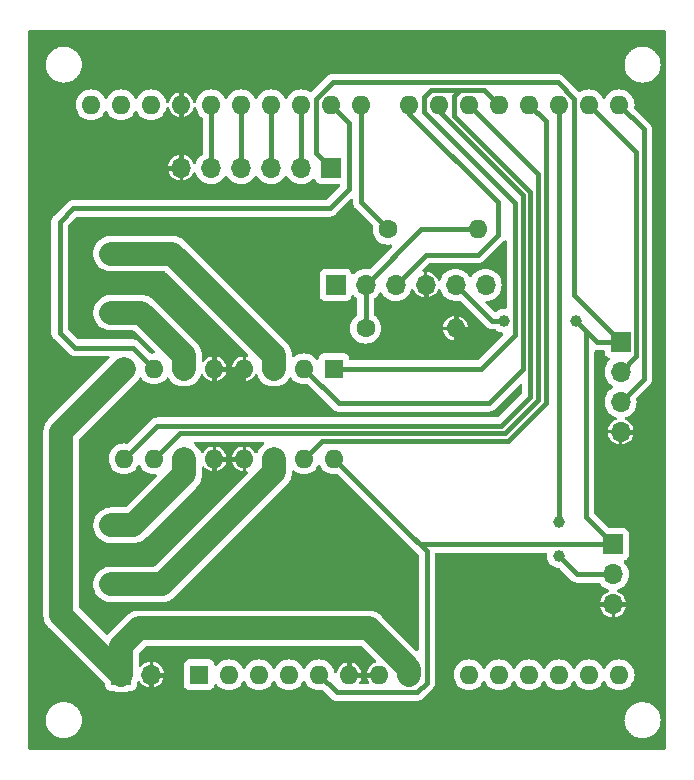
<source format=gbr>
%TF.GenerationSoftware,KiCad,Pcbnew,7.0.2*%
%TF.CreationDate,2023-05-10T18:03:48-05:00*%
%TF.ProjectId,Carro,43617272-6f2e-46b6-9963-61645f706362,rev?*%
%TF.SameCoordinates,Original*%
%TF.FileFunction,Copper,L2,Bot*%
%TF.FilePolarity,Positive*%
%FSLAX46Y46*%
G04 Gerber Fmt 4.6, Leading zero omitted, Abs format (unit mm)*
G04 Created by KiCad (PCBNEW 7.0.2) date 2023-05-10 18:03:48*
%MOMM*%
%LPD*%
G01*
G04 APERTURE LIST*
%TA.AperFunction,ComponentPad*%
%ADD10R,1.700000X1.700000*%
%TD*%
%TA.AperFunction,ComponentPad*%
%ADD11O,1.700000X1.700000*%
%TD*%
%TA.AperFunction,ComponentPad*%
%ADD12C,1.600000*%
%TD*%
%TA.AperFunction,ComponentPad*%
%ADD13O,1.600000X1.600000*%
%TD*%
%TA.AperFunction,ComponentPad*%
%ADD14R,0.850000X0.850000*%
%TD*%
%TA.AperFunction,ComponentPad*%
%ADD15R,1.600000X1.600000*%
%TD*%
%TA.AperFunction,ViaPad*%
%ADD16C,1.000000*%
%TD*%
%TA.AperFunction,Conductor*%
%ADD17C,0.400000*%
%TD*%
%TA.AperFunction,Conductor*%
%ADD18C,2.000000*%
%TD*%
G04 APERTURE END LIST*
D10*
%TO.P,J1,1,Pin_1*%
%TO.N,VCC*%
X125857000Y-105664000D03*
D11*
%TO.P,J1,2,Pin_2*%
%TO.N,GND*%
X128397000Y-105664000D03*
%TD*%
D10*
%TO.P,J6,1,Pin_1*%
%TO.N,+5V*%
X143637000Y-62738000D03*
D11*
%TO.P,J6,2,Pin_2*%
%TO.N,/S1*%
X141097000Y-62738000D03*
%TO.P,J6,3,Pin_3*%
%TO.N,/S2*%
X138557000Y-62738000D03*
%TO.P,J6,4,Pin_4*%
%TO.N,/S3*%
X136017000Y-62738000D03*
%TO.P,J6,5,Pin_5*%
%TO.N,/S4*%
X133477000Y-62738000D03*
%TO.P,J6,6,Pin_6*%
%TO.N,GND*%
X130937000Y-62738000D03*
%TD*%
D10*
%TO.P,J4,1,Pin_1*%
%TO.N,+5V*%
X168148000Y-77470000D03*
D11*
%TO.P,J4,2,Pin_2*%
%TO.N,/Trig-SR04*%
X168148000Y-80010000D03*
%TO.P,J4,3,Pin_3*%
%TO.N,/Echo-SR04*%
X168148000Y-82550000D03*
%TO.P,J4,4,Pin_4*%
%TO.N,GND*%
X168148000Y-85090000D03*
%TD*%
D12*
%TO.P,R1,1*%
%TO.N,Net-(J5-Pin_2)*%
X146558000Y-76327000D03*
D13*
%TO.P,R1,2*%
%TO.N,GND*%
X154178000Y-76327000D03*
%TD*%
D14*
%TO.P,J7,1,Pin_1*%
%TO.N,/PM1-2*%
X125000000Y-75000000D03*
%TD*%
%TO.P,J2,1,Pin_1*%
%TO.N,/PM1-1*%
X125000000Y-70000000D03*
%TD*%
D15*
%TO.P,U1,1,EN1\u002C2*%
%TO.N,/En_M*%
X143891000Y-79756000D03*
D13*
%TO.P,U1,2,1A*%
%TO.N,/M1_D1*%
X141351000Y-79756000D03*
%TO.P,U1,3,1Y*%
%TO.N,/PM1-1*%
X138811000Y-79756000D03*
%TO.P,U1,4,GND*%
%TO.N,GND*%
X136271000Y-79756000D03*
%TO.P,U1,5,GND*%
X133731000Y-79756000D03*
%TO.P,U1,6,2Y*%
%TO.N,/PM1-2*%
X131191000Y-79756000D03*
%TO.P,U1,7,2A*%
%TO.N,/M1_D2*%
X128651000Y-79756000D03*
%TO.P,U1,8,VCC2*%
%TO.N,VCC*%
X126111000Y-79756000D03*
%TO.P,U1,9,EN3\u002C4*%
%TO.N,/En_M*%
X126111000Y-87376000D03*
%TO.P,U1,10,3A*%
%TO.N,/M2_D1*%
X128651000Y-87376000D03*
%TO.P,U1,11,3Y*%
%TO.N,/PM2-1*%
X131191000Y-87376000D03*
%TO.P,U1,12,GND*%
%TO.N,GND*%
X133731000Y-87376000D03*
%TO.P,U1,13,GND*%
X136271000Y-87376000D03*
%TO.P,U1,14,4Y*%
%TO.N,/PM2-2*%
X138811000Y-87376000D03*
%TO.P,U1,15,4A*%
%TO.N,/M2_D2*%
X141351000Y-87376000D03*
%TO.P,U1,16,VCC1*%
%TO.N,+5V*%
X143891000Y-87376000D03*
%TD*%
D10*
%TO.P,J5,1,Pin_1*%
%TO.N,unconnected-(J5-Pin_1-Pad1)*%
X144018000Y-72644000D03*
D11*
%TO.P,J5,2,Pin_2*%
%TO.N,Net-(J5-Pin_2)*%
X146558000Y-72644000D03*
%TO.P,J5,3,Pin_3*%
%TO.N,/TX-HC05*%
X149098000Y-72644000D03*
%TO.P,J5,4,Pin_4*%
%TO.N,GND*%
X151638000Y-72644000D03*
%TO.P,J5,5,Pin_5*%
%TO.N,+5V*%
X154178000Y-72644000D03*
%TO.P,J5,6,Pin_6*%
%TO.N,unconnected-(J5-Pin_6-Pad6)*%
X156718000Y-72644000D03*
%TD*%
D10*
%TO.P,J3,1,Pin_1*%
%TO.N,+5V*%
X167513000Y-94615000D03*
D11*
%TO.P,J3,2,Pin_2*%
%TO.N,/Din*%
X167513000Y-97155000D03*
%TO.P,J3,3,Pin_3*%
%TO.N,GND*%
X167513000Y-99695000D03*
%TD*%
D14*
%TO.P,J8,1,Pin_1*%
%TO.N,/PM2-1*%
X125000000Y-93000000D03*
%TD*%
D12*
%TO.P,R2,1*%
%TO.N,/RX-HC05*%
X148463000Y-67945000D03*
D13*
%TO.P,R2,2*%
%TO.N,Net-(J5-Pin_2)*%
X156083000Y-67945000D03*
%TD*%
D14*
%TO.P,J9,1,Pin_1*%
%TO.N,/PM2-2*%
X125000000Y-98000000D03*
%TD*%
D15*
%TO.P,A1,1,NC*%
%TO.N,unconnected-(A1-NC-Pad1)*%
X132457000Y-105664000D03*
D13*
%TO.P,A1,2,IOREF*%
%TO.N,unconnected-(A1-IOREF-Pad2)*%
X134997000Y-105664000D03*
%TO.P,A1,3,~{RESET}*%
%TO.N,unconnected-(A1-~{RESET}-Pad3)*%
X137537000Y-105664000D03*
%TO.P,A1,4,3V3*%
%TO.N,unconnected-(A1-3V3-Pad4)*%
X140077000Y-105664000D03*
%TO.P,A1,5,+5V*%
%TO.N,+5V*%
X142617000Y-105664000D03*
%TO.P,A1,6,GND*%
%TO.N,GND*%
X145157000Y-105664000D03*
%TO.P,A1,7,GND*%
X147697000Y-105664000D03*
%TO.P,A1,8,VIN*%
%TO.N,VCC*%
X150237000Y-105664000D03*
%TO.P,A1,9,A0*%
%TO.N,unconnected-(A1-A0-Pad9)*%
X155317000Y-105664000D03*
%TO.P,A1,10,A1*%
%TO.N,unconnected-(A1-A1-Pad10)*%
X157857000Y-105664000D03*
%TO.P,A1,11,A2*%
%TO.N,unconnected-(A1-A2-Pad11)*%
X160397000Y-105664000D03*
%TO.P,A1,12,A3*%
%TO.N,unconnected-(A1-A3-Pad12)*%
X162937000Y-105664000D03*
%TO.P,A1,13,SDA/A4*%
%TO.N,unconnected-(A1-SDA{slash}A4-Pad13)*%
X165477000Y-105664000D03*
%TO.P,A1,14,SCL/A5*%
%TO.N,unconnected-(A1-SCL{slash}A5-Pad14)*%
X168017000Y-105664000D03*
%TO.P,A1,15,D0/RX*%
%TO.N,/Echo-SR04*%
X168017000Y-57404000D03*
%TO.P,A1,16,D1/TX*%
%TO.N,/Trig-SR04*%
X165477000Y-57404000D03*
%TO.P,A1,17,D2*%
%TO.N,/Din*%
X162937000Y-57404000D03*
%TO.P,A1,18,D3*%
%TO.N,/M2_D2*%
X160397000Y-57404000D03*
%TO.P,A1,19,D4*%
%TO.N,/En_M*%
X157857000Y-57404000D03*
%TO.P,A1,20,D5*%
%TO.N,/M2_D1*%
X155317000Y-57404000D03*
%TO.P,A1,21,D6*%
%TO.N,/M1_D1*%
X152777000Y-57404000D03*
%TO.P,A1,22,D7*%
%TO.N,/TX-HC05*%
X150237000Y-57404000D03*
%TO.P,A1,23,D8*%
%TO.N,/RX-HC05*%
X146177000Y-57404000D03*
%TO.P,A1,24,D9*%
%TO.N,/M1_D2*%
X143637000Y-57404000D03*
%TO.P,A1,25,D10*%
%TO.N,/S1*%
X141097000Y-57404000D03*
%TO.P,A1,26,D11*%
%TO.N,/S2*%
X138557000Y-57404000D03*
%TO.P,A1,27,D12*%
%TO.N,/S3*%
X136017000Y-57404000D03*
%TO.P,A1,28,D13*%
%TO.N,/S4*%
X133477000Y-57404000D03*
%TO.P,A1,29,GND*%
%TO.N,GND*%
X130937000Y-57404000D03*
%TO.P,A1,30,AREF*%
%TO.N,unconnected-(A1-AREF-Pad30)*%
X128397000Y-57404000D03*
%TO.P,A1,31,SDA/A4*%
%TO.N,unconnected-(A1-SDA{slash}A4-Pad31)*%
X125857000Y-57404000D03*
%TO.P,A1,32,SCL/A5*%
%TO.N,unconnected-(A1-SCL{slash}A5-Pad32)*%
X123317000Y-57404000D03*
%TD*%
D16*
%TO.N,+5V*%
X158248500Y-75692000D03*
X164338000Y-75692000D03*
%TO.N,GND*%
X127762000Y-67818000D03*
X127762000Y-64389000D03*
%TO.N,/Din*%
X162941000Y-92710000D03*
X162941000Y-95631000D03*
%TD*%
D17*
%TO.N,+5V*%
X154178000Y-72644000D02*
X157226000Y-75692000D01*
X142387000Y-61488000D02*
X142387000Y-56876000D01*
X150241000Y-93726000D02*
X143891000Y-87376000D01*
X157226000Y-75692000D02*
X158248500Y-75692000D01*
X143759000Y-55504000D02*
X162804767Y-55504000D01*
X150900000Y-107164000D02*
X151737000Y-106327000D01*
X166116000Y-77470000D02*
X165227000Y-76581000D01*
X167513000Y-94615000D02*
X165227000Y-92329000D01*
X162804767Y-55504000D02*
X164187000Y-56886233D01*
X164187000Y-56886233D02*
X164187000Y-73509000D01*
X151737000Y-95222000D02*
X150241000Y-93726000D01*
X165227000Y-92329000D02*
X165227000Y-76962000D01*
X168148000Y-77470000D02*
X166116000Y-77470000D01*
X165227000Y-76581000D02*
X165227000Y-76962000D01*
X151130000Y-94615000D02*
X150241000Y-93726000D01*
X151737000Y-106327000D02*
X151737000Y-95222000D01*
X144117000Y-107164000D02*
X150900000Y-107164000D01*
X143637000Y-62738000D02*
X142387000Y-61488000D01*
X167513000Y-94615000D02*
X151130000Y-94615000D01*
X142387000Y-56876000D02*
X143759000Y-55504000D01*
X142617000Y-105664000D02*
X144117000Y-107164000D01*
X164187000Y-73509000D02*
X168148000Y-77470000D01*
X164338000Y-75692000D02*
X165227000Y-76581000D01*
%TO.N,GND*%
X128397000Y-105664000D02*
X129794000Y-105664000D01*
X130937000Y-57404000D02*
X130937000Y-62738000D01*
X170053000Y-85598000D02*
X170053000Y-99187000D01*
X152146000Y-74676000D02*
X151638000Y-74168000D01*
X133731000Y-87376000D02*
X136271000Y-87376000D01*
X153924000Y-74676000D02*
X152146000Y-74676000D01*
X133731000Y-88900000D02*
X127762000Y-94869000D01*
X129794000Y-105664000D02*
X131572000Y-103886000D01*
X129413000Y-62738000D02*
X127762000Y-64389000D01*
X133731000Y-81153000D02*
X133731000Y-79756000D01*
X122047000Y-68707000D02*
X122047000Y-71755000D01*
X133731000Y-87376000D02*
X133731000Y-88900000D01*
X154178000Y-76327000D02*
X154178000Y-74930000D01*
X145157000Y-105664000D02*
X147697000Y-105664000D01*
X168148000Y-85090000D02*
X169545000Y-85090000D01*
X169545000Y-85090000D02*
X170053000Y-85598000D01*
X145157000Y-104263000D02*
X145157000Y-105664000D01*
X153924000Y-77978000D02*
X154178000Y-77724000D01*
X128015997Y-82550000D02*
X132334000Y-82550000D01*
X130937000Y-62738000D02*
X129413000Y-62738000D01*
X123190000Y-72898000D02*
X128524000Y-72898000D01*
X154178000Y-77724000D02*
X154178000Y-76327000D01*
X122047000Y-71755000D02*
X123190000Y-72898000D01*
X133731000Y-79756000D02*
X136271000Y-79756000D01*
X133731000Y-78105000D02*
X133731000Y-79756000D01*
X154178000Y-74930000D02*
X153924000Y-74676000D01*
X122936000Y-67818000D02*
X122047000Y-68707000D01*
X169545000Y-99695000D02*
X167513000Y-99695000D01*
X127762000Y-94869000D02*
X123317000Y-94869000D01*
X130937000Y-57404000D02*
X130937000Y-55118000D01*
X122682000Y-94234000D02*
X122682000Y-87883997D01*
X171069000Y-83820000D02*
X169799000Y-85090000D01*
X169799000Y-85090000D02*
X168148000Y-85090000D01*
X132334000Y-82550000D02*
X133731000Y-81153000D01*
X130937000Y-55118000D02*
X131699000Y-54356000D01*
X151638000Y-108585000D02*
X153162000Y-107061000D01*
X132461000Y-67818000D02*
X142621000Y-77978000D01*
X123317000Y-94869000D02*
X122682000Y-94234000D01*
X129540000Y-108585000D02*
X151638000Y-108585000D01*
X153162000Y-104267000D02*
X157734000Y-99695000D01*
X171069000Y-58039000D02*
X171069000Y-83820000D01*
X128397000Y-107442000D02*
X129540000Y-108585000D01*
X151638000Y-74168000D02*
X151638000Y-72644000D01*
X128397000Y-105664000D02*
X128397000Y-107442000D01*
X142621000Y-77978000D02*
X153924000Y-77978000D01*
X122682000Y-87883997D02*
X128015997Y-82550000D01*
X127762000Y-67818000D02*
X122936000Y-67818000D01*
X153162000Y-107061000D02*
X153162000Y-104267000D01*
X131699000Y-54356000D02*
X167386000Y-54356000D01*
X167386000Y-54356000D02*
X171069000Y-58039000D01*
X157734000Y-99695000D02*
X167513000Y-99695000D01*
X170053000Y-99187000D02*
X169545000Y-99695000D01*
X127762000Y-67818000D02*
X132461000Y-67818000D01*
X128524000Y-72898000D02*
X133731000Y-78105000D01*
X131572000Y-103886000D02*
X144780000Y-103886000D01*
X144780000Y-103886000D02*
X145157000Y-104263000D01*
D18*
%TO.N,VCC*%
X146812000Y-101727000D02*
X150237000Y-105152000D01*
X150237000Y-105152000D02*
X150237000Y-105664000D01*
X125857000Y-105664000D02*
X125857000Y-103251000D01*
X125857000Y-105664000D02*
X120777000Y-100584000D01*
X127381000Y-101727000D02*
X146812000Y-101727000D01*
X120777000Y-85090000D02*
X126111000Y-79756000D01*
X120777000Y-100584000D02*
X120777000Y-85090000D01*
X125857000Y-103251000D02*
X127381000Y-101727000D01*
D17*
%TO.N,/En_M*%
X154067000Y-56626000D02*
X154067000Y-58339000D01*
X159198000Y-65726000D02*
X151527000Y-58055000D01*
X160498000Y-64770000D02*
X160498000Y-82138524D01*
X151527000Y-58055000D02*
X151527000Y-56753000D01*
X159198000Y-76865000D02*
X159198000Y-65726000D01*
X160498000Y-82138524D02*
X158060524Y-84576000D01*
X156607000Y-56154000D02*
X154539000Y-56154000D01*
X154539000Y-56154000D02*
X154067000Y-56626000D01*
X156307000Y-79756000D02*
X159198000Y-76865000D01*
X154067000Y-58339000D02*
X160498000Y-64770000D01*
X158060524Y-84576000D02*
X128911000Y-84576000D01*
X128911000Y-84576000D02*
X126111000Y-87376000D01*
X151527000Y-56753000D02*
X152126000Y-56154000D01*
X143891000Y-79756000D02*
X156307000Y-79756000D01*
X157857000Y-57404000D02*
X156607000Y-56154000D01*
X152126000Y-56154000D02*
X154539000Y-56154000D01*
%TO.N,/Trig-SR04*%
X169448000Y-78710000D02*
X169448000Y-61375000D01*
X168148000Y-80010000D02*
X169448000Y-78710000D01*
X169448000Y-61375000D02*
X165477000Y-57404000D01*
%TO.N,/Echo-SR04*%
X168148000Y-82550000D02*
X170098000Y-80600000D01*
X170098000Y-80600000D02*
X170098000Y-59485000D01*
X170098000Y-59485000D02*
X168017000Y-57404000D01*
%TO.N,/M1_D1*%
X156972000Y-82677000D02*
X144272000Y-82677000D01*
X152777000Y-57968239D02*
X159848000Y-65039239D01*
X159848000Y-79801000D02*
X156972000Y-82677000D01*
X152777000Y-57404000D02*
X152777000Y-57968239D01*
X159848000Y-65039239D02*
X159848000Y-79801000D01*
X144272000Y-82677000D02*
X141351000Y-79756000D01*
%TO.N,/Din*%
X162941000Y-95631000D02*
X164465000Y-97155000D01*
X162937000Y-92706000D02*
X162941000Y-92710000D01*
X162937000Y-57404000D02*
X162937000Y-92706000D01*
X164465000Y-97155000D02*
X167513000Y-97155000D01*
%TO.N,/M1_D2*%
X145161000Y-64516000D02*
X143510000Y-66167000D01*
X143637000Y-57404000D02*
X145161000Y-58928000D01*
X143510000Y-66167000D02*
X121793000Y-66167000D01*
X126873000Y-77978000D02*
X128651000Y-79756000D01*
X121920000Y-77978000D02*
X126873000Y-77978000D01*
X120650000Y-67310000D02*
X120650000Y-76708000D01*
X121793000Y-66167000D02*
X120650000Y-67310000D01*
X145161000Y-58928000D02*
X145161000Y-64516000D01*
X120650000Y-76708000D02*
X121920000Y-77978000D01*
%TO.N,/M2_D1*%
X155317000Y-57404000D02*
X161148000Y-63235000D01*
X158329762Y-85226000D02*
X130801000Y-85226000D01*
X161148000Y-82407762D02*
X158329762Y-85226000D01*
X130801000Y-85226000D02*
X128651000Y-87376000D01*
X161148000Y-63235000D02*
X161148000Y-82407762D01*
%TO.N,/TX-HC05*%
X151638000Y-70104000D02*
X149098000Y-72644000D01*
X156083000Y-70104000D02*
X151638000Y-70104000D01*
X150237000Y-57404000D02*
X150237000Y-58162000D01*
X157734000Y-65659000D02*
X157734000Y-68453000D01*
X157734000Y-68453000D02*
X156083000Y-70104000D01*
X150237000Y-58162000D02*
X157734000Y-65659000D01*
%TO.N,/RX-HC05*%
X146177000Y-65659000D02*
X148463000Y-67945000D01*
X146177000Y-57404000D02*
X146177000Y-65659000D01*
%TO.N,/M2_D2*%
X161798000Y-58805000D02*
X161798000Y-82677000D01*
X142851000Y-85876000D02*
X141351000Y-87376000D01*
X158599000Y-85876000D02*
X142851000Y-85876000D01*
X160397000Y-57404000D02*
X161798000Y-58805000D01*
X161798000Y-82677000D02*
X158599000Y-85876000D01*
%TO.N,/S1*%
X141097000Y-57404000D02*
X141097000Y-62738000D01*
%TO.N,/S2*%
X138557000Y-62738000D02*
X138557000Y-57404000D01*
%TO.N,/S3*%
X136017000Y-57404000D02*
X136017000Y-62738000D01*
%TO.N,/S4*%
X133477000Y-62738000D02*
X133477000Y-57404000D01*
%TO.N,Net-(J5-Pin_2)*%
X151257000Y-67945000D02*
X146558000Y-72644000D01*
X156083000Y-67945000D02*
X151257000Y-67945000D01*
X146558000Y-72644000D02*
X146558000Y-76327000D01*
D18*
%TO.N,/PM1-1*%
X125000000Y-70000000D02*
X130186370Y-70000000D01*
X130186370Y-70000000D02*
X138811000Y-78624630D01*
X138811000Y-78624630D02*
X138811000Y-79756000D01*
%TO.N,/PM1-2*%
X131191000Y-78624630D02*
X131191000Y-79756000D01*
X125000000Y-75000000D02*
X127566370Y-75000000D01*
X127566370Y-75000000D02*
X131191000Y-78624630D01*
%TO.N,/PM2-1*%
X131191000Y-88685849D02*
X131191000Y-87376000D01*
X126876849Y-93000000D02*
X131191000Y-88685849D01*
X125000000Y-93000000D02*
X126876849Y-93000000D01*
%TO.N,/PM2-2*%
X125000000Y-98000000D02*
X129318370Y-98000000D01*
X129318370Y-98000000D02*
X138811000Y-88507370D01*
X138811000Y-88507370D02*
X138811000Y-87376000D01*
%TD*%
%TA.AperFunction,Conductor*%
%TO.N,GND*%
G36*
X145395834Y-65374335D02*
G01*
X145451767Y-65416207D01*
X145476184Y-65481671D01*
X145476500Y-65490517D01*
X145476500Y-65634079D01*
X145476274Y-65641566D01*
X145472641Y-65701607D01*
X145483483Y-65760771D01*
X145484610Y-65768172D01*
X145491860Y-65827873D01*
X145495450Y-65837339D01*
X145501475Y-65858952D01*
X145503303Y-65868929D01*
X145527991Y-65923783D01*
X145530856Y-65930701D01*
X145552180Y-65986926D01*
X145552182Y-65986930D01*
X145557941Y-65995273D01*
X145568961Y-66014813D01*
X145573120Y-66024054D01*
X145610216Y-66071405D01*
X145614651Y-66077432D01*
X145648817Y-66126929D01*
X145693847Y-66166822D01*
X145699283Y-66171940D01*
X147141971Y-67614628D01*
X147175456Y-67675951D01*
X147177818Y-67713116D01*
X147157531Y-67944999D01*
X147177364Y-68171689D01*
X147236261Y-68391497D01*
X147332432Y-68597735D01*
X147462953Y-68784140D01*
X147623859Y-68945046D01*
X147810264Y-69075567D01*
X147810265Y-69075567D01*
X147810266Y-69075568D01*
X148016504Y-69171739D01*
X148236308Y-69230635D01*
X148336904Y-69239436D01*
X148462999Y-69250468D01*
X148462999Y-69250467D01*
X148463000Y-69250468D01*
X148669218Y-69232426D01*
X148737718Y-69246192D01*
X148787901Y-69294808D01*
X148803835Y-69362836D01*
X148780460Y-69428680D01*
X148767707Y-69443635D01*
X146929994Y-71281347D01*
X146868671Y-71314832D01*
X146810222Y-71313441D01*
X146793410Y-71308936D01*
X146557999Y-71288340D01*
X146322592Y-71308936D01*
X146094336Y-71370097D01*
X145880170Y-71469965D01*
X145686601Y-71605503D01*
X145564673Y-71727431D01*
X145503350Y-71760915D01*
X145433658Y-71755931D01*
X145377725Y-71714059D01*
X145360810Y-71683082D01*
X145350373Y-71655100D01*
X145311796Y-71551669D01*
X145225546Y-71436454D01*
X145110331Y-71350204D01*
X144975483Y-71299909D01*
X144915873Y-71293500D01*
X144912550Y-71293500D01*
X143123439Y-71293500D01*
X143123420Y-71293500D01*
X143120128Y-71293501D01*
X143116848Y-71293853D01*
X143116840Y-71293854D01*
X143060515Y-71299909D01*
X142925669Y-71350204D01*
X142810454Y-71436454D01*
X142724204Y-71551668D01*
X142685627Y-71655100D01*
X142673909Y-71686517D01*
X142667500Y-71746127D01*
X142667500Y-71749448D01*
X142667500Y-71749449D01*
X142667500Y-73538560D01*
X142667500Y-73538578D01*
X142667501Y-73541872D01*
X142667853Y-73545152D01*
X142667854Y-73545159D01*
X142673909Y-73601484D01*
X142685626Y-73632899D01*
X142724204Y-73736331D01*
X142810454Y-73851546D01*
X142925669Y-73937796D01*
X143060517Y-73988091D01*
X143120127Y-73994500D01*
X144915872Y-73994499D01*
X144975483Y-73988091D01*
X145110331Y-73937796D01*
X145225546Y-73851546D01*
X145311796Y-73736331D01*
X145360810Y-73604916D01*
X145402681Y-73548983D01*
X145468146Y-73524566D01*
X145536419Y-73539418D01*
X145564672Y-73560568D01*
X145686599Y-73682495D01*
X145804623Y-73765136D01*
X145848248Y-73819713D01*
X145857500Y-73866711D01*
X145857500Y-75165326D01*
X145837815Y-75232365D01*
X145804624Y-75266900D01*
X145718861Y-75326952D01*
X145557953Y-75487860D01*
X145427432Y-75674264D01*
X145331261Y-75880502D01*
X145272364Y-76100310D01*
X145252531Y-76327000D01*
X145272364Y-76553689D01*
X145331261Y-76773497D01*
X145427432Y-76979735D01*
X145557953Y-77166140D01*
X145718859Y-77327046D01*
X145905264Y-77457567D01*
X145905265Y-77457567D01*
X145905266Y-77457568D01*
X146111504Y-77553739D01*
X146331308Y-77612635D01*
X146482435Y-77625856D01*
X146557999Y-77632468D01*
X146557999Y-77632467D01*
X146558000Y-77632468D01*
X146784692Y-77612635D01*
X147004496Y-77553739D01*
X147210734Y-77457568D01*
X147397139Y-77327047D01*
X147558047Y-77166139D01*
X147688568Y-76979734D01*
X147784739Y-76773496D01*
X147843635Y-76553692D01*
X147863468Y-76327000D01*
X147852532Y-76202000D01*
X153135229Y-76202000D01*
X153792812Y-76202000D01*
X153773014Y-76327000D01*
X153792812Y-76452000D01*
X153135230Y-76452000D01*
X153143191Y-76532834D01*
X153203233Y-76730764D01*
X153300731Y-76913171D01*
X153431945Y-77073054D01*
X153591828Y-77204268D01*
X153774235Y-77301766D01*
X153972165Y-77361808D01*
X154052999Y-77369768D01*
X154053000Y-77369768D01*
X154053000Y-76712188D01*
X154146519Y-76727000D01*
X154209481Y-76727000D01*
X154303148Y-76712165D01*
X154416045Y-76654641D01*
X154505641Y-76565045D01*
X154563165Y-76452148D01*
X154582986Y-76327000D01*
X154563188Y-76202000D01*
X155220770Y-76202000D01*
X155212808Y-76121165D01*
X155152766Y-75923235D01*
X155055268Y-75740828D01*
X154924054Y-75580945D01*
X154764171Y-75449731D01*
X154581764Y-75352233D01*
X154383834Y-75292191D01*
X154303000Y-75284229D01*
X154303000Y-75941811D01*
X154209481Y-75927000D01*
X154146519Y-75927000D01*
X154053000Y-75941811D01*
X154053000Y-75284229D01*
X153972165Y-75292191D01*
X153774235Y-75352233D01*
X153591828Y-75449731D01*
X153431945Y-75580945D01*
X153300731Y-75740828D01*
X153203233Y-75923235D01*
X153143191Y-76121165D01*
X153135229Y-76202000D01*
X147852532Y-76202000D01*
X147843635Y-76100308D01*
X147784739Y-75880504D01*
X147688568Y-75674266D01*
X147558047Y-75487861D01*
X147397139Y-75326953D01*
X147397138Y-75326952D01*
X147311376Y-75266900D01*
X147267751Y-75212323D01*
X147258500Y-75165326D01*
X147258500Y-73866711D01*
X147278185Y-73799672D01*
X147311377Y-73765136D01*
X147429401Y-73682495D01*
X147596495Y-73515401D01*
X147726427Y-73329838D01*
X147781001Y-73286216D01*
X147850499Y-73279022D01*
X147912854Y-73310545D01*
X147929572Y-73329838D01*
X148059505Y-73515401D01*
X148226599Y-73682495D01*
X148420170Y-73818035D01*
X148634337Y-73917903D01*
X148862592Y-73979063D01*
X149098000Y-73999659D01*
X149333408Y-73979063D01*
X149561663Y-73917903D01*
X149775830Y-73818035D01*
X149969401Y-73682495D01*
X150136495Y-73515401D01*
X150272035Y-73321830D01*
X150371903Y-73107663D01*
X150380939Y-73073936D01*
X150417302Y-73014277D01*
X150480149Y-72983746D01*
X150549524Y-72992040D01*
X150603403Y-73036524D01*
X150611714Y-73050757D01*
X150698753Y-73225555D01*
X150821607Y-73388241D01*
X150972259Y-73525578D01*
X151145588Y-73632899D01*
X151335679Y-73706540D01*
X151513000Y-73739686D01*
X151513000Y-73131169D01*
X151602237Y-73144000D01*
X151673763Y-73144000D01*
X151763000Y-73131169D01*
X151763000Y-73739686D01*
X151940320Y-73706540D01*
X152130411Y-73632899D01*
X152303740Y-73525578D01*
X152454392Y-73388241D01*
X152577247Y-73225553D01*
X152664285Y-73050758D01*
X152711787Y-72999521D01*
X152779450Y-72982099D01*
X152845791Y-73004024D01*
X152889746Y-73058335D01*
X152895060Y-73073935D01*
X152904097Y-73107664D01*
X152944282Y-73193839D01*
X153003965Y-73321830D01*
X153139505Y-73515401D01*
X153306599Y-73682495D01*
X153500170Y-73818035D01*
X153714337Y-73917903D01*
X153925783Y-73974559D01*
X153942592Y-73979063D01*
X154178000Y-73999659D01*
X154413409Y-73979063D01*
X154430219Y-73974559D01*
X154500069Y-73976220D01*
X154549995Y-74006652D01*
X156713058Y-76169715D01*
X156718178Y-76175153D01*
X156758071Y-76220183D01*
X156807577Y-76254355D01*
X156813597Y-76258785D01*
X156860941Y-76295877D01*
X156860942Y-76295877D01*
X156860943Y-76295878D01*
X156870184Y-76300037D01*
X156889730Y-76311061D01*
X156898070Y-76316818D01*
X156954313Y-76338147D01*
X156961217Y-76341007D01*
X157016069Y-76365695D01*
X157026044Y-76367522D01*
X157047656Y-76373547D01*
X157057128Y-76377140D01*
X157116841Y-76384390D01*
X157124185Y-76385507D01*
X157183394Y-76396358D01*
X157241582Y-76392838D01*
X157243434Y-76392726D01*
X157250921Y-76392500D01*
X157480597Y-76392500D01*
X157547636Y-76412185D01*
X157559262Y-76420647D01*
X157597466Y-76452000D01*
X157689962Y-76527910D01*
X157863773Y-76620814D01*
X158052368Y-76678024D01*
X158102745Y-76682985D01*
X158167531Y-76709145D01*
X158207891Y-76766179D01*
X158211008Y-76835979D01*
X158178272Y-76894069D01*
X156053162Y-79019181D01*
X155991839Y-79052666D01*
X155965481Y-79055500D01*
X145315499Y-79055500D01*
X145248460Y-79035815D01*
X145202705Y-78983011D01*
X145191499Y-78931500D01*
X145191499Y-78911439D01*
X145191499Y-78908128D01*
X145185091Y-78848517D01*
X145134796Y-78713669D01*
X145048546Y-78598454D01*
X144933331Y-78512204D01*
X144798483Y-78461909D01*
X144791600Y-78461169D01*
X144742166Y-78455854D01*
X144742165Y-78455853D01*
X144738873Y-78455500D01*
X144735550Y-78455500D01*
X143046439Y-78455500D01*
X143046420Y-78455500D01*
X143043128Y-78455501D01*
X143039848Y-78455853D01*
X143039840Y-78455854D01*
X142983515Y-78461909D01*
X142848669Y-78512204D01*
X142733454Y-78598454D01*
X142647204Y-78713668D01*
X142596909Y-78848516D01*
X142593138Y-78883594D01*
X142566400Y-78948145D01*
X142509007Y-78987993D01*
X142439182Y-78990487D01*
X142379093Y-78954835D01*
X142368272Y-78941461D01*
X142351045Y-78916858D01*
X142190140Y-78755953D01*
X142003735Y-78625432D01*
X141797497Y-78529261D01*
X141577689Y-78470364D01*
X141351000Y-78450531D01*
X141124310Y-78470364D01*
X140904502Y-78529261D01*
X140698265Y-78625432D01*
X140509315Y-78757734D01*
X140443109Y-78780061D01*
X140375342Y-78763049D01*
X140327529Y-78712101D01*
X140314299Y-78661281D01*
X140314227Y-78659547D01*
X140312009Y-78605901D01*
X140311606Y-78596155D01*
X140311500Y-78591032D01*
X140311500Y-78565131D01*
X140311500Y-78565130D01*
X140311500Y-78562563D01*
X140309148Y-78534187D01*
X140308831Y-78529079D01*
X140308036Y-78509865D01*
X140305081Y-78438393D01*
X140300262Y-78415411D01*
X140298047Y-78400203D01*
X140296108Y-78376814D01*
X140296108Y-78376809D01*
X140273825Y-78288816D01*
X140272675Y-78283843D01*
X140264086Y-78242879D01*
X140254050Y-78195016D01*
X140252165Y-78190185D01*
X140245514Y-78173141D01*
X140240825Y-78158506D01*
X140235063Y-78135749D01*
X140198596Y-78052615D01*
X140196657Y-78047932D01*
X140163656Y-77963357D01*
X140151633Y-77943179D01*
X140144609Y-77929536D01*
X140135173Y-77908023D01*
X140085529Y-77832037D01*
X140082827Y-77827708D01*
X140036366Y-77749736D01*
X140021187Y-77731814D01*
X140012006Y-77719503D01*
X139999164Y-77699845D01*
X139937694Y-77633071D01*
X139934301Y-77629228D01*
X139917567Y-77609469D01*
X139917557Y-77609458D01*
X139915902Y-77607504D01*
X139895771Y-77587373D01*
X139892222Y-77583675D01*
X139830743Y-77516891D01*
X139812211Y-77502467D01*
X139800693Y-77492295D01*
X131318705Y-69010307D01*
X131308532Y-68998787D01*
X131294110Y-68980258D01*
X131227323Y-68918776D01*
X131223625Y-68915227D01*
X131205309Y-68896911D01*
X131203496Y-68895098D01*
X131181758Y-68876687D01*
X131177916Y-68873293D01*
X131111158Y-68811837D01*
X131091495Y-68798991D01*
X131079181Y-68789808D01*
X131061264Y-68774634D01*
X130983260Y-68728153D01*
X130978979Y-68725481D01*
X130912149Y-68681819D01*
X130902973Y-68675824D01*
X130881477Y-68666395D01*
X130867818Y-68659364D01*
X130847645Y-68647344D01*
X130782365Y-68621872D01*
X130763087Y-68614349D01*
X130758374Y-68612397D01*
X130724944Y-68597734D01*
X130675250Y-68575936D01*
X130652484Y-68570171D01*
X130637855Y-68565484D01*
X130615984Y-68556950D01*
X130527163Y-68538325D01*
X130522173Y-68537171D01*
X130434189Y-68514891D01*
X130410791Y-68512952D01*
X130395593Y-68510738D01*
X130372607Y-68505919D01*
X130350858Y-68505019D01*
X130281929Y-68502168D01*
X130276818Y-68501851D01*
X130250979Y-68499710D01*
X130250964Y-68499709D01*
X130248437Y-68499500D01*
X130245884Y-68499500D01*
X130219966Y-68499500D01*
X130214843Y-68499394D01*
X130211071Y-68499238D01*
X130124150Y-68495642D01*
X130100843Y-68498548D01*
X130085505Y-68499500D01*
X124937933Y-68499500D01*
X124820111Y-68509262D01*
X124752177Y-68514892D01*
X124630086Y-68545810D01*
X124511119Y-68575937D01*
X124511116Y-68575938D01*
X124511117Y-68575938D01*
X124283395Y-68675825D01*
X124144607Y-68766499D01*
X124075215Y-68811836D01*
X123910684Y-68963298D01*
X123892259Y-68980259D01*
X123739529Y-69176485D01*
X123621170Y-69395194D01*
X123540429Y-69630384D01*
X123499500Y-69875665D01*
X123499500Y-70124334D01*
X123540429Y-70369615D01*
X123621170Y-70604805D01*
X123621172Y-70604810D01*
X123729239Y-70804500D01*
X123739529Y-70823514D01*
X123875036Y-70997612D01*
X123892262Y-71019744D01*
X124075215Y-71188164D01*
X124283393Y-71324173D01*
X124511119Y-71424063D01*
X124752179Y-71485108D01*
X124937933Y-71500500D01*
X129513480Y-71500500D01*
X129580519Y-71520185D01*
X129601161Y-71536819D01*
X136574207Y-78509865D01*
X136607692Y-78571188D01*
X136602708Y-78640880D01*
X136560836Y-78696813D01*
X136495372Y-78721230D01*
X136474371Y-78720949D01*
X136396000Y-78713229D01*
X136396000Y-79370811D01*
X136302481Y-79356000D01*
X136239519Y-79356000D01*
X136146000Y-79370811D01*
X136146000Y-78713229D01*
X136065165Y-78721191D01*
X135867235Y-78781233D01*
X135684828Y-78878731D01*
X135524945Y-79009945D01*
X135393731Y-79169828D01*
X135296233Y-79352235D01*
X135236191Y-79550165D01*
X135228229Y-79631000D01*
X135885812Y-79631000D01*
X135866014Y-79756000D01*
X135885835Y-79881148D01*
X135943359Y-79994045D01*
X136032955Y-80083641D01*
X136145852Y-80141165D01*
X136239519Y-80156000D01*
X136302481Y-80156000D01*
X136396000Y-80141188D01*
X136396000Y-80798768D01*
X136476834Y-80790808D01*
X136674764Y-80730766D01*
X136857171Y-80633268D01*
X137017054Y-80502054D01*
X137148266Y-80342173D01*
X137182442Y-80278234D01*
X137231404Y-80228389D01*
X137299541Y-80212928D01*
X137365221Y-80236759D01*
X137405357Y-80286876D01*
X137486825Y-80472604D01*
X137486827Y-80472607D01*
X137622836Y-80680785D01*
X137791256Y-80863738D01*
X137820587Y-80886567D01*
X137987485Y-81016470D01*
X137987487Y-81016471D01*
X137987491Y-81016474D01*
X138206190Y-81134828D01*
X138441386Y-81215571D01*
X138686665Y-81256500D01*
X138935335Y-81256500D01*
X139180614Y-81215571D01*
X139415810Y-81134828D01*
X139634509Y-81016474D01*
X139830744Y-80863738D01*
X139999164Y-80680785D01*
X140097662Y-80530021D01*
X140150809Y-80484665D01*
X140220040Y-80475241D01*
X140283376Y-80504743D01*
X140303047Y-80526721D01*
X140350954Y-80595141D01*
X140511859Y-80756046D01*
X140698264Y-80886567D01*
X140698265Y-80886567D01*
X140698266Y-80886568D01*
X140904504Y-80982739D01*
X141124308Y-81041635D01*
X141275436Y-81054856D01*
X141350999Y-81061468D01*
X141350999Y-81061467D01*
X141351000Y-81061468D01*
X141499328Y-81048491D01*
X141582882Y-81041181D01*
X141651382Y-81054948D01*
X141681371Y-81077028D01*
X143759058Y-83154715D01*
X143764178Y-83160153D01*
X143804071Y-83205183D01*
X143838801Y-83229156D01*
X143853573Y-83239352D01*
X143859591Y-83243780D01*
X143906944Y-83280878D01*
X143916180Y-83285034D01*
X143935731Y-83296062D01*
X143944066Y-83301816D01*
X143944068Y-83301816D01*
X143944070Y-83301818D01*
X144000326Y-83323152D01*
X144007220Y-83326009D01*
X144062069Y-83350695D01*
X144072044Y-83352522D01*
X144093656Y-83358547D01*
X144103128Y-83362140D01*
X144162841Y-83369390D01*
X144170185Y-83370507D01*
X144229394Y-83381358D01*
X144286102Y-83377927D01*
X144289434Y-83377726D01*
X144296921Y-83377500D01*
X156947079Y-83377500D01*
X156954566Y-83377726D01*
X156957706Y-83377915D01*
X157014606Y-83381358D01*
X157073782Y-83370513D01*
X157081181Y-83369387D01*
X157140872Y-83362140D01*
X157150335Y-83358550D01*
X157171958Y-83352522D01*
X157181932Y-83350695D01*
X157236808Y-83325996D01*
X157243673Y-83323152D01*
X157299930Y-83301818D01*
X157308270Y-83296060D01*
X157327819Y-83285035D01*
X157337057Y-83280878D01*
X157384413Y-83243775D01*
X157390426Y-83239352D01*
X157439929Y-83205183D01*
X157479823Y-83160150D01*
X157484924Y-83154731D01*
X159585821Y-81053835D01*
X159647142Y-81020352D01*
X159716834Y-81025336D01*
X159772767Y-81067208D01*
X159797184Y-81132672D01*
X159797500Y-81141518D01*
X159797500Y-81797005D01*
X159777815Y-81864044D01*
X159761181Y-81884686D01*
X157806686Y-83839181D01*
X157745363Y-83872666D01*
X157719005Y-83875500D01*
X128935921Y-83875500D01*
X128928434Y-83875274D01*
X128868391Y-83871641D01*
X128809226Y-83882483D01*
X128801827Y-83883609D01*
X128742128Y-83890859D01*
X128732648Y-83894454D01*
X128711047Y-83900475D01*
X128701070Y-83902303D01*
X128646219Y-83926989D01*
X128639305Y-83929853D01*
X128583069Y-83951182D01*
X128574725Y-83956941D01*
X128555186Y-83967961D01*
X128545942Y-83972121D01*
X128498597Y-84009213D01*
X128492568Y-84013649D01*
X128443070Y-84047816D01*
X128403183Y-84092838D01*
X128398051Y-84098290D01*
X126441370Y-86054971D01*
X126380047Y-86088456D01*
X126342882Y-86090818D01*
X126111000Y-86070531D01*
X125884310Y-86090364D01*
X125664502Y-86149261D01*
X125458264Y-86245432D01*
X125271859Y-86375953D01*
X125110953Y-86536859D01*
X124980432Y-86723264D01*
X124884261Y-86929502D01*
X124825364Y-87149310D01*
X124805531Y-87376000D01*
X124825364Y-87602689D01*
X124884261Y-87822497D01*
X124980432Y-88028735D01*
X125110953Y-88215140D01*
X125271859Y-88376046D01*
X125458264Y-88506567D01*
X125458265Y-88506567D01*
X125458266Y-88506568D01*
X125664504Y-88602739D01*
X125884308Y-88661635D01*
X126111000Y-88681468D01*
X126337692Y-88661635D01*
X126557496Y-88602739D01*
X126763734Y-88506568D01*
X126950139Y-88376047D01*
X127111047Y-88215139D01*
X127241568Y-88028734D01*
X127268618Y-87970724D01*
X127314790Y-87918285D01*
X127381983Y-87899133D01*
X127448865Y-87919348D01*
X127493382Y-87970725D01*
X127520431Y-88028733D01*
X127650953Y-88215140D01*
X127811859Y-88376046D01*
X127998264Y-88506567D01*
X127998265Y-88506567D01*
X127998266Y-88506568D01*
X128204504Y-88602739D01*
X128424308Y-88661635D01*
X128575435Y-88674857D01*
X128650999Y-88681468D01*
X128650999Y-88681467D01*
X128651000Y-88681468D01*
X128774454Y-88670667D01*
X128842954Y-88684433D01*
X128893137Y-88733048D01*
X128909071Y-88801077D01*
X128885696Y-88866921D01*
X128872943Y-88881876D01*
X126291640Y-91463181D01*
X126230317Y-91496666D01*
X126203959Y-91499500D01*
X124937933Y-91499500D01*
X124820111Y-91509262D01*
X124752177Y-91514892D01*
X124630086Y-91545810D01*
X124511119Y-91575937D01*
X124511116Y-91575938D01*
X124511117Y-91575938D01*
X124283395Y-91675825D01*
X124144607Y-91766499D01*
X124075215Y-91811836D01*
X123939009Y-91937223D01*
X123892259Y-91980259D01*
X123739529Y-92176485D01*
X123739526Y-92176491D01*
X123633935Y-92371607D01*
X123621170Y-92395194D01*
X123540429Y-92630384D01*
X123521412Y-92744349D01*
X123499500Y-92875665D01*
X123499500Y-93124335D01*
X123519604Y-93244815D01*
X123540429Y-93369615D01*
X123621170Y-93604805D01*
X123621172Y-93604810D01*
X123739526Y-93823509D01*
X123739529Y-93823514D01*
X123810101Y-93914184D01*
X123892262Y-94019744D01*
X124075215Y-94188164D01*
X124283393Y-94324173D01*
X124511119Y-94424063D01*
X124752179Y-94485108D01*
X124937933Y-94500500D01*
X126775984Y-94500500D01*
X126791322Y-94501452D01*
X126814628Y-94504357D01*
X126814628Y-94504356D01*
X126814629Y-94504357D01*
X126884866Y-94501452D01*
X126905322Y-94500605D01*
X126910445Y-94500500D01*
X126936347Y-94500500D01*
X126938916Y-94500500D01*
X126967296Y-94498147D01*
X126972389Y-94497831D01*
X127063086Y-94494081D01*
X127086058Y-94489263D01*
X127101262Y-94487047D01*
X127124670Y-94485108D01*
X127212687Y-94462818D01*
X127217603Y-94461680D01*
X127306463Y-94443049D01*
X127328345Y-94434510D01*
X127342965Y-94429827D01*
X127365730Y-94424063D01*
X127448857Y-94387599D01*
X127453548Y-94385656D01*
X127538123Y-94352656D01*
X127558305Y-94340628D01*
X127571950Y-94333605D01*
X127593456Y-94324173D01*
X127669442Y-94274528D01*
X127673765Y-94271830D01*
X127751743Y-94225366D01*
X127769662Y-94210188D01*
X127781975Y-94201006D01*
X127801634Y-94188164D01*
X127824201Y-94167388D01*
X127868400Y-94126701D01*
X127872232Y-94123315D01*
X127893975Y-94104902D01*
X127914162Y-94084714D01*
X127917788Y-94081235D01*
X127984587Y-94019744D01*
X127999016Y-94001203D01*
X128009174Y-93989701D01*
X132180701Y-89818174D01*
X132192203Y-89808016D01*
X132210744Y-89793587D01*
X132272235Y-89726788D01*
X132275714Y-89723162D01*
X132295902Y-89702975D01*
X132314315Y-89681232D01*
X132317701Y-89677400D01*
X132379160Y-89610638D01*
X132379164Y-89610634D01*
X132392006Y-89590975D01*
X132401188Y-89578662D01*
X132416366Y-89560743D01*
X132462848Y-89482733D01*
X132465505Y-89478476D01*
X132515173Y-89402456D01*
X132524607Y-89380948D01*
X132531631Y-89367301D01*
X132543656Y-89347122D01*
X132576667Y-89262518D01*
X132578587Y-89257883D01*
X132615063Y-89174730D01*
X132620827Y-89151966D01*
X132625515Y-89137333D01*
X132626428Y-89134992D01*
X132634049Y-89115463D01*
X132652680Y-89026603D01*
X132653818Y-89021687D01*
X132676108Y-88933670D01*
X132678047Y-88910262D01*
X132680264Y-88895056D01*
X132685081Y-88872086D01*
X132688831Y-88781398D01*
X132689149Y-88776276D01*
X132691500Y-88747916D01*
X132691500Y-88719445D01*
X132691606Y-88714320D01*
X132693412Y-88670667D01*
X132695357Y-88623628D01*
X132692451Y-88600327D01*
X132691499Y-88584985D01*
X132691499Y-88111046D01*
X132711184Y-88044007D01*
X132763988Y-87998252D01*
X132833146Y-87988308D01*
X132896702Y-88017333D01*
X132911352Y-88032381D01*
X132984945Y-88122054D01*
X133144828Y-88253268D01*
X133327235Y-88350766D01*
X133525165Y-88410808D01*
X133605999Y-88418768D01*
X133606000Y-88418768D01*
X133605999Y-87761188D01*
X133699519Y-87776000D01*
X133762481Y-87776000D01*
X133856000Y-87761188D01*
X133856000Y-88418768D01*
X133936834Y-88410808D01*
X134134764Y-88350766D01*
X134317171Y-88253268D01*
X134477054Y-88122054D01*
X134608268Y-87962171D01*
X134705766Y-87779764D01*
X134765808Y-87581834D01*
X134773770Y-87501000D01*
X134116188Y-87501000D01*
X134135986Y-87376000D01*
X134116188Y-87251000D01*
X134773770Y-87251000D01*
X134765808Y-87170165D01*
X134705766Y-86972235D01*
X134608268Y-86789828D01*
X134477054Y-86629945D01*
X134317171Y-86498731D01*
X134134764Y-86401233D01*
X133936834Y-86341191D01*
X133855999Y-86333229D01*
X133855999Y-86990811D01*
X133762481Y-86976000D01*
X133699519Y-86976000D01*
X133605999Y-86990811D01*
X133606000Y-86333229D01*
X133525165Y-86341191D01*
X133327235Y-86401233D01*
X133144828Y-86498731D01*
X132984945Y-86629945D01*
X132853731Y-86789829D01*
X132819556Y-86853766D01*
X132770594Y-86903611D01*
X132702456Y-86919071D01*
X132636776Y-86895239D01*
X132596642Y-86845123D01*
X132515174Y-86659395D01*
X132515173Y-86659393D01*
X132379164Y-86451215D01*
X132210744Y-86268262D01*
X132104650Y-86185686D01*
X132075352Y-86162882D01*
X132056684Y-86148352D01*
X132015873Y-86091643D01*
X132012198Y-86021870D01*
X132046830Y-85961187D01*
X132108771Y-85928860D01*
X132132848Y-85926500D01*
X137869152Y-85926500D01*
X137936191Y-85946185D01*
X137981946Y-85998989D01*
X137991890Y-86068147D01*
X137962865Y-86131703D01*
X137945315Y-86148352D01*
X137935875Y-86155700D01*
X137791256Y-86268261D01*
X137666132Y-86404183D01*
X137622836Y-86451215D01*
X137604110Y-86479877D01*
X137486826Y-86659393D01*
X137405357Y-86845124D01*
X137360401Y-86898609D01*
X137293664Y-86919299D01*
X137226337Y-86900624D01*
X137182442Y-86853765D01*
X137148267Y-86789827D01*
X137017054Y-86629945D01*
X136857171Y-86498731D01*
X136674764Y-86401233D01*
X136476834Y-86341191D01*
X136396000Y-86333229D01*
X136396000Y-86990811D01*
X136302481Y-86976000D01*
X136239519Y-86976000D01*
X136146000Y-86990811D01*
X136146000Y-86333229D01*
X136065165Y-86341191D01*
X135867235Y-86401233D01*
X135684828Y-86498731D01*
X135524945Y-86629945D01*
X135393731Y-86789828D01*
X135296233Y-86972235D01*
X135236191Y-87170165D01*
X135228229Y-87251000D01*
X135885812Y-87251000D01*
X135866014Y-87376000D01*
X135885812Y-87501000D01*
X135228230Y-87501000D01*
X135236191Y-87581834D01*
X135296233Y-87779764D01*
X135393731Y-87962171D01*
X135524945Y-88122054D01*
X135684828Y-88253268D01*
X135867235Y-88350766D01*
X136065165Y-88410808D01*
X136145999Y-88418768D01*
X136146000Y-88418768D01*
X136146000Y-87761188D01*
X136239519Y-87776000D01*
X136302481Y-87776000D01*
X136396000Y-87761188D01*
X136396000Y-88418767D01*
X136474372Y-88411050D01*
X136543018Y-88424069D01*
X136593728Y-88472134D01*
X136610403Y-88539985D01*
X136587747Y-88606080D01*
X136574207Y-88622134D01*
X128733161Y-96463181D01*
X128671838Y-96496666D01*
X128645480Y-96499500D01*
X124937933Y-96499500D01*
X124820111Y-96509262D01*
X124752177Y-96514892D01*
X124630086Y-96545810D01*
X124511119Y-96575937D01*
X124511116Y-96575938D01*
X124511117Y-96575938D01*
X124283395Y-96675825D01*
X124144607Y-96766499D01*
X124075215Y-96811836D01*
X124075213Y-96811837D01*
X124075214Y-96811837D01*
X123892259Y-96980259D01*
X123739529Y-97176485D01*
X123739526Y-97176491D01*
X123623761Y-97390407D01*
X123621170Y-97395194D01*
X123540429Y-97630384D01*
X123499500Y-97875665D01*
X123499500Y-98124334D01*
X123540429Y-98369615D01*
X123608016Y-98566488D01*
X123621172Y-98604810D01*
X123675988Y-98706101D01*
X123739529Y-98823514D01*
X123838568Y-98950758D01*
X123892262Y-99019744D01*
X124075215Y-99188164D01*
X124283393Y-99324173D01*
X124511119Y-99424063D01*
X124752179Y-99485108D01*
X124937933Y-99500500D01*
X129217505Y-99500500D01*
X129232843Y-99501452D01*
X129256149Y-99504357D01*
X129256149Y-99504356D01*
X129256150Y-99504357D01*
X129326387Y-99501452D01*
X129346843Y-99500605D01*
X129351966Y-99500500D01*
X129377868Y-99500500D01*
X129380437Y-99500500D01*
X129408817Y-99498147D01*
X129413910Y-99497831D01*
X129504607Y-99494081D01*
X129527579Y-99489263D01*
X129542783Y-99487047D01*
X129566191Y-99485108D01*
X129654208Y-99462818D01*
X129659124Y-99461680D01*
X129747984Y-99443049D01*
X129769866Y-99434510D01*
X129784486Y-99429827D01*
X129807251Y-99424063D01*
X129890378Y-99387599D01*
X129895069Y-99385656D01*
X129979644Y-99352656D01*
X129999826Y-99340628D01*
X130013471Y-99333605D01*
X130034977Y-99324173D01*
X130110963Y-99274528D01*
X130115286Y-99271830D01*
X130193264Y-99225366D01*
X130211183Y-99210188D01*
X130223496Y-99201006D01*
X130243155Y-99188164D01*
X130265722Y-99167388D01*
X130309921Y-99126701D01*
X130313753Y-99123315D01*
X130335496Y-99104902D01*
X130355683Y-99084714D01*
X130359309Y-99081235D01*
X130426108Y-99019744D01*
X130440537Y-99001203D01*
X130450695Y-98989701D01*
X139800701Y-89639695D01*
X139812203Y-89629537D01*
X139830744Y-89615108D01*
X139892235Y-89548309D01*
X139895714Y-89544683D01*
X139915902Y-89524496D01*
X139934315Y-89502753D01*
X139937701Y-89498921D01*
X139999160Y-89432159D01*
X139999164Y-89432155D01*
X140012006Y-89412496D01*
X140021188Y-89400183D01*
X140036366Y-89382264D01*
X140082830Y-89304286D01*
X140085533Y-89299956D01*
X140135173Y-89223977D01*
X140144605Y-89202471D01*
X140151628Y-89188826D01*
X140163656Y-89168644D01*
X140196656Y-89084069D01*
X140198599Y-89079378D01*
X140235063Y-88996251D01*
X140240827Y-88973486D01*
X140245510Y-88958866D01*
X140254049Y-88936984D01*
X140272680Y-88848124D01*
X140273818Y-88843208D01*
X140296108Y-88755191D01*
X140298047Y-88731783D01*
X140300264Y-88716577D01*
X140305081Y-88693607D01*
X140307975Y-88623627D01*
X140308831Y-88602910D01*
X140309149Y-88597797D01*
X140310211Y-88584985D01*
X140311500Y-88569437D01*
X140311500Y-88540966D01*
X140311606Y-88535843D01*
X140312817Y-88506567D01*
X140314299Y-88470716D01*
X140336736Y-88404549D01*
X140391386Y-88361015D01*
X140460896Y-88353937D01*
X140509316Y-88374266D01*
X140698264Y-88506567D01*
X140698265Y-88506567D01*
X140698266Y-88506568D01*
X140904504Y-88602739D01*
X141124308Y-88661635D01*
X141275436Y-88674856D01*
X141350999Y-88681468D01*
X141350999Y-88681467D01*
X141351000Y-88681468D01*
X141577692Y-88661635D01*
X141797496Y-88602739D01*
X142003734Y-88506568D01*
X142190139Y-88376047D01*
X142351047Y-88215139D01*
X142481568Y-88028734D01*
X142508618Y-87970724D01*
X142554790Y-87918285D01*
X142621983Y-87899133D01*
X142688865Y-87919348D01*
X142733382Y-87970725D01*
X142760431Y-88028733D01*
X142890953Y-88215140D01*
X143051859Y-88376046D01*
X143238264Y-88506567D01*
X143238265Y-88506567D01*
X143238266Y-88506568D01*
X143444504Y-88602739D01*
X143664308Y-88661635D01*
X143815435Y-88674857D01*
X143890999Y-88681468D01*
X143890999Y-88681467D01*
X143891000Y-88681468D01*
X144022641Y-88669950D01*
X144122882Y-88661181D01*
X144191382Y-88674948D01*
X144221371Y-88697028D01*
X149698268Y-94173924D01*
X149698269Y-94173926D01*
X150617058Y-95092715D01*
X150622193Y-95098170D01*
X150662069Y-95143182D01*
X150670410Y-95148939D01*
X150687654Y-95163310D01*
X151000181Y-95475837D01*
X151033666Y-95537160D01*
X151036500Y-95563518D01*
X151036500Y-103530109D01*
X151016815Y-103597148D01*
X150964011Y-103642903D01*
X150894853Y-103652847D01*
X150831297Y-103623822D01*
X150824819Y-103617790D01*
X147944335Y-100737307D01*
X147934162Y-100725787D01*
X147919740Y-100707258D01*
X147894365Y-100683899D01*
X147852940Y-100645764D01*
X147849255Y-100642227D01*
X147830939Y-100623911D01*
X147829126Y-100622098D01*
X147807388Y-100603687D01*
X147803546Y-100600293D01*
X147736788Y-100538837D01*
X147717125Y-100525991D01*
X147704811Y-100516808D01*
X147686894Y-100501634D01*
X147608890Y-100455153D01*
X147604609Y-100452481D01*
X147528609Y-100402828D01*
X147528603Y-100402824D01*
X147507107Y-100393395D01*
X147493448Y-100386364D01*
X147473275Y-100374344D01*
X147420953Y-100353928D01*
X147388717Y-100341349D01*
X147384004Y-100339397D01*
X147356332Y-100327260D01*
X147300880Y-100302936D01*
X147278114Y-100297171D01*
X147263485Y-100292484D01*
X147241614Y-100283950D01*
X147152793Y-100265325D01*
X147147803Y-100264171D01*
X147059819Y-100241891D01*
X147036421Y-100239952D01*
X147021223Y-100237738D01*
X146998237Y-100232919D01*
X146976488Y-100232019D01*
X146907559Y-100229168D01*
X146902448Y-100228851D01*
X146876609Y-100226710D01*
X146876594Y-100226709D01*
X146874067Y-100226500D01*
X146871514Y-100226500D01*
X146845596Y-100226500D01*
X146840473Y-100226394D01*
X146836701Y-100226238D01*
X146749780Y-100222642D01*
X146726473Y-100225548D01*
X146711135Y-100226500D01*
X127481864Y-100226500D01*
X127466526Y-100225548D01*
X127443219Y-100222642D01*
X127352536Y-100226394D01*
X127347411Y-100226500D01*
X127318933Y-100226500D01*
X127316406Y-100226709D01*
X127316389Y-100226710D01*
X127290538Y-100228852D01*
X127285428Y-100229169D01*
X127194761Y-100232920D01*
X127171781Y-100237738D01*
X127156581Y-100239952D01*
X127133180Y-100241891D01*
X127045191Y-100264172D01*
X127040202Y-100265326D01*
X126951389Y-100283950D01*
X126951386Y-100283950D01*
X126951386Y-100283951D01*
X126929512Y-100292485D01*
X126914889Y-100297170D01*
X126892118Y-100302936D01*
X126809008Y-100339392D01*
X126804275Y-100341353D01*
X126719722Y-100374346D01*
X126699546Y-100386367D01*
X126685901Y-100393391D01*
X126664391Y-100402828D01*
X126588407Y-100452469D01*
X126584062Y-100455182D01*
X126506102Y-100501635D01*
X126488182Y-100516813D01*
X126475869Y-100525994D01*
X126456218Y-100538833D01*
X126389446Y-100600300D01*
X126385610Y-100603687D01*
X126365836Y-100620436D01*
X126365819Y-100620451D01*
X126363874Y-100622099D01*
X126362068Y-100623903D01*
X126362070Y-100623903D01*
X126343750Y-100642222D01*
X126340057Y-100645764D01*
X126273261Y-100707255D01*
X126258832Y-100725793D01*
X126248663Y-100737308D01*
X124867306Y-102118664D01*
X124855793Y-102128832D01*
X124837254Y-102143262D01*
X124775775Y-102210045D01*
X124772233Y-102213738D01*
X124752098Y-102233874D01*
X124746001Y-102241072D01*
X124745965Y-102241115D01*
X124687612Y-102279542D01*
X124617746Y-102280321D01*
X124563671Y-102248643D01*
X122313819Y-99998791D01*
X122280334Y-99937468D01*
X122277500Y-99911110D01*
X122277500Y-85762889D01*
X122297185Y-85695850D01*
X122313819Y-85675208D01*
X124745239Y-83243788D01*
X127215902Y-80773126D01*
X127336366Y-80630894D01*
X127394373Y-80533544D01*
X127445597Y-80486032D01*
X127514380Y-80473756D01*
X127578881Y-80500614D01*
X127602469Y-80525897D01*
X127650953Y-80595140D01*
X127811859Y-80756046D01*
X127998264Y-80886567D01*
X127998265Y-80886567D01*
X127998266Y-80886568D01*
X128204504Y-80982739D01*
X128424308Y-81041635D01*
X128651000Y-81061468D01*
X128877692Y-81041635D01*
X129097496Y-80982739D01*
X129303734Y-80886568D01*
X129490139Y-80756047D01*
X129651047Y-80595139D01*
X129698953Y-80526720D01*
X129753530Y-80483095D01*
X129823028Y-80475901D01*
X129885383Y-80507423D01*
X129904337Y-80530021D01*
X130002836Y-80680785D01*
X130171256Y-80863738D01*
X130200587Y-80886567D01*
X130367485Y-81016470D01*
X130367487Y-81016471D01*
X130367491Y-81016474D01*
X130586190Y-81134828D01*
X130821386Y-81215571D01*
X131066665Y-81256500D01*
X131315335Y-81256500D01*
X131560614Y-81215571D01*
X131795810Y-81134828D01*
X132014509Y-81016474D01*
X132210744Y-80863738D01*
X132379164Y-80680785D01*
X132515173Y-80472607D01*
X132596642Y-80286875D01*
X132641598Y-80233390D01*
X132708334Y-80212700D01*
X132775662Y-80231374D01*
X132819556Y-80278233D01*
X132853731Y-80342171D01*
X132984945Y-80502054D01*
X133144828Y-80633268D01*
X133327235Y-80730766D01*
X133525165Y-80790808D01*
X133605999Y-80798768D01*
X133606000Y-80798768D01*
X133605999Y-80141188D01*
X133699519Y-80156000D01*
X133762481Y-80156000D01*
X133856000Y-80141188D01*
X133856000Y-80798768D01*
X133936834Y-80790808D01*
X134134764Y-80730766D01*
X134317171Y-80633268D01*
X134477054Y-80502054D01*
X134608268Y-80342171D01*
X134705766Y-80159764D01*
X134765808Y-79961834D01*
X134773770Y-79881000D01*
X134116188Y-79881000D01*
X134135986Y-79756000D01*
X134116188Y-79631000D01*
X134773770Y-79631000D01*
X134765808Y-79550165D01*
X134705766Y-79352235D01*
X134608268Y-79169828D01*
X134477054Y-79009945D01*
X134317171Y-78878731D01*
X134134764Y-78781233D01*
X133936834Y-78721191D01*
X133855999Y-78713229D01*
X133855999Y-79370811D01*
X133762481Y-79356000D01*
X133699519Y-79356000D01*
X133605999Y-79370811D01*
X133606000Y-78713229D01*
X133525165Y-78721191D01*
X133327235Y-78781233D01*
X133144828Y-78878731D01*
X132984945Y-79009945D01*
X132911353Y-79099617D01*
X132853607Y-79138951D01*
X132783762Y-79140822D01*
X132723994Y-79104634D01*
X132693278Y-79041878D01*
X132691500Y-79020952D01*
X132691500Y-78725494D01*
X132692452Y-78710156D01*
X132695357Y-78686849D01*
X132691606Y-78596157D01*
X132691500Y-78591032D01*
X132691500Y-78565131D01*
X132691500Y-78565130D01*
X132691500Y-78562563D01*
X132689148Y-78534187D01*
X132688831Y-78529079D01*
X132688036Y-78509865D01*
X132685081Y-78438393D01*
X132680262Y-78415411D01*
X132678047Y-78400203D01*
X132676108Y-78376814D01*
X132676108Y-78376809D01*
X132653825Y-78288816D01*
X132652670Y-78283823D01*
X132634049Y-78195016D01*
X132625512Y-78173138D01*
X132620826Y-78158509D01*
X132615063Y-78135749D01*
X132592518Y-78084352D01*
X132578605Y-78052633D01*
X132576643Y-78047897D01*
X132543656Y-77963357D01*
X132543656Y-77963356D01*
X132531633Y-77943179D01*
X132524609Y-77929536D01*
X132515173Y-77908023D01*
X132465529Y-77832037D01*
X132462827Y-77827708D01*
X132416366Y-77749736D01*
X132401187Y-77731814D01*
X132392006Y-77719503D01*
X132379164Y-77699845D01*
X132317694Y-77633071D01*
X132314301Y-77629228D01*
X132297567Y-77609469D01*
X132297557Y-77609458D01*
X132295902Y-77607504D01*
X132275771Y-77587373D01*
X132272222Y-77583675D01*
X132210743Y-77516891D01*
X132192211Y-77502467D01*
X132180693Y-77492295D01*
X128698705Y-74010307D01*
X128688532Y-73998787D01*
X128674110Y-73980258D01*
X128607323Y-73918776D01*
X128603625Y-73915227D01*
X128585309Y-73896911D01*
X128583496Y-73895098D01*
X128561758Y-73876687D01*
X128557916Y-73873293D01*
X128491158Y-73811837D01*
X128471495Y-73798991D01*
X128459181Y-73789808D01*
X128441264Y-73774634D01*
X128363260Y-73728153D01*
X128358979Y-73725481D01*
X128307648Y-73691945D01*
X128282973Y-73675824D01*
X128261477Y-73666395D01*
X128247818Y-73659364D01*
X128227645Y-73647344D01*
X128175323Y-73626928D01*
X128143087Y-73614349D01*
X128138374Y-73612397D01*
X128110702Y-73600260D01*
X128055250Y-73575936D01*
X128032484Y-73570171D01*
X128017855Y-73565484D01*
X127995984Y-73556950D01*
X127907163Y-73538325D01*
X127902173Y-73537171D01*
X127814189Y-73514891D01*
X127790791Y-73512952D01*
X127775593Y-73510738D01*
X127752607Y-73505919D01*
X127730858Y-73505019D01*
X127661929Y-73502168D01*
X127656818Y-73501851D01*
X127630979Y-73499710D01*
X127630964Y-73499709D01*
X127628437Y-73499500D01*
X127625884Y-73499500D01*
X127599966Y-73499500D01*
X127594843Y-73499394D01*
X127591071Y-73499238D01*
X127504150Y-73495642D01*
X127480843Y-73498548D01*
X127465505Y-73499500D01*
X124937933Y-73499500D01*
X124820111Y-73509262D01*
X124752177Y-73514892D01*
X124645638Y-73541872D01*
X124511119Y-73575937D01*
X124511116Y-73575938D01*
X124511117Y-73575938D01*
X124283395Y-73675825D01*
X124190786Y-73736330D01*
X124075215Y-73811836D01*
X123896647Y-73976220D01*
X123892259Y-73980259D01*
X123739529Y-74176485D01*
X123621170Y-74395194D01*
X123540429Y-74630384D01*
X123527560Y-74707505D01*
X123499500Y-74875665D01*
X123499500Y-75124335D01*
X123540429Y-75369614D01*
X123621172Y-75604810D01*
X123739526Y-75823509D01*
X123739529Y-75823514D01*
X123817146Y-75923235D01*
X123892262Y-76019744D01*
X124075215Y-76188164D01*
X124283393Y-76324173D01*
X124511119Y-76424063D01*
X124752179Y-76485108D01*
X124937933Y-76500500D01*
X126893480Y-76500500D01*
X126960519Y-76520185D01*
X126981161Y-76536819D01*
X128687221Y-78242879D01*
X128720706Y-78304202D01*
X128715722Y-78373894D01*
X128673850Y-78429827D01*
X128610347Y-78454088D01*
X128419116Y-78470818D01*
X128350616Y-78457051D01*
X128320628Y-78434971D01*
X127385940Y-77500283D01*
X127380822Y-77494847D01*
X127340929Y-77449817D01*
X127291432Y-77415651D01*
X127285405Y-77411216D01*
X127238054Y-77374120D01*
X127228813Y-77369961D01*
X127209273Y-77358941D01*
X127200930Y-77353182D01*
X127200927Y-77353181D01*
X127200926Y-77353180D01*
X127144701Y-77331856D01*
X127137783Y-77328991D01*
X127082929Y-77304303D01*
X127072952Y-77302475D01*
X127051339Y-77296450D01*
X127041873Y-77292860D01*
X126982172Y-77285610D01*
X126974771Y-77284483D01*
X126915607Y-77273641D01*
X126855566Y-77277274D01*
X126848079Y-77277500D01*
X122261519Y-77277500D01*
X122194480Y-77257815D01*
X122173838Y-77241181D01*
X121386819Y-76454161D01*
X121353334Y-76392838D01*
X121350500Y-76366480D01*
X121350500Y-67651519D01*
X121370185Y-67584480D01*
X121386819Y-67563838D01*
X122046838Y-66903819D01*
X122108161Y-66870334D01*
X122134519Y-66867500D01*
X143485079Y-66867500D01*
X143492566Y-66867726D01*
X143495706Y-66867915D01*
X143552606Y-66871358D01*
X143611782Y-66860513D01*
X143619181Y-66859387D01*
X143678872Y-66852140D01*
X143688335Y-66848550D01*
X143709958Y-66842522D01*
X143719932Y-66840695D01*
X143774808Y-66815996D01*
X143781673Y-66813152D01*
X143837930Y-66791818D01*
X143846270Y-66786060D01*
X143865819Y-66775035D01*
X143875057Y-66770878D01*
X143922413Y-66733775D01*
X143928420Y-66729355D01*
X143977929Y-66695183D01*
X144017823Y-66650150D01*
X144022924Y-66644731D01*
X145264821Y-65402834D01*
X145326142Y-65369351D01*
X145395834Y-65374335D01*
G37*
%TD.AperFunction*%
%TA.AperFunction,Conductor*%
G36*
X158457746Y-68886956D02*
G01*
X158493563Y-68946947D01*
X158497500Y-68977943D01*
X158497500Y-74574370D01*
X158477815Y-74641409D01*
X158425011Y-74687164D01*
X158361346Y-74697773D01*
X158248500Y-74686659D01*
X158052366Y-74705976D01*
X157863773Y-74763185D01*
X157689963Y-74856089D01*
X157607002Y-74924173D01*
X157542692Y-74951485D01*
X157473825Y-74939694D01*
X157440657Y-74916000D01*
X156727930Y-74203273D01*
X156694445Y-74141950D01*
X156699429Y-74072258D01*
X156741301Y-74016325D01*
X156804802Y-73992064D01*
X156953408Y-73979063D01*
X157181663Y-73917903D01*
X157395830Y-73818035D01*
X157589401Y-73682495D01*
X157756495Y-73515401D01*
X157892035Y-73321830D01*
X157991903Y-73107663D01*
X158053063Y-72879408D01*
X158073659Y-72644000D01*
X158053063Y-72408592D01*
X157991903Y-72180337D01*
X157892035Y-71966171D01*
X157756495Y-71772599D01*
X157589401Y-71605505D01*
X157395830Y-71469965D01*
X157181663Y-71370097D01*
X157120502Y-71353709D01*
X156953407Y-71308936D01*
X156718000Y-71288340D01*
X156482592Y-71308936D01*
X156254336Y-71370097D01*
X156040170Y-71469965D01*
X155846598Y-71605505D01*
X155679505Y-71772598D01*
X155549575Y-71958159D01*
X155494998Y-72001784D01*
X155425500Y-72008978D01*
X155363145Y-71977455D01*
X155346425Y-71958159D01*
X155216494Y-71772598D01*
X155049404Y-71605508D01*
X155049401Y-71605505D01*
X154855830Y-71469965D01*
X154641663Y-71370097D01*
X154580501Y-71353709D01*
X154413407Y-71308936D01*
X154178000Y-71288340D01*
X153942592Y-71308936D01*
X153714336Y-71370097D01*
X153500170Y-71469965D01*
X153306598Y-71605505D01*
X153139505Y-71772598D01*
X153003965Y-71966170D01*
X152904097Y-72180335D01*
X152895060Y-72214064D01*
X152858695Y-72273724D01*
X152795848Y-72304253D01*
X152726472Y-72295958D01*
X152672594Y-72251473D01*
X152664285Y-72237241D01*
X152577248Y-72062446D01*
X152454392Y-71899758D01*
X152303740Y-71762421D01*
X152130411Y-71655100D01*
X151940319Y-71581459D01*
X151763000Y-71548312D01*
X151763000Y-72156830D01*
X151673763Y-72144000D01*
X151602237Y-72144000D01*
X151513000Y-72156830D01*
X151513000Y-71548311D01*
X151502397Y-71550294D01*
X151432882Y-71543263D01*
X151378203Y-71499765D01*
X151355721Y-71433611D01*
X151372574Y-71365804D01*
X151391925Y-71340731D01*
X151891837Y-70840819D01*
X151953161Y-70807334D01*
X151979519Y-70804500D01*
X156058079Y-70804500D01*
X156065566Y-70804726D01*
X156068706Y-70804915D01*
X156125606Y-70808358D01*
X156184782Y-70797513D01*
X156192181Y-70796387D01*
X156251872Y-70789140D01*
X156261335Y-70785550D01*
X156282958Y-70779522D01*
X156292932Y-70777695D01*
X156347808Y-70752996D01*
X156354673Y-70750152D01*
X156410930Y-70728818D01*
X156419270Y-70723060D01*
X156438819Y-70712035D01*
X156448057Y-70707878D01*
X156495413Y-70670775D01*
X156501420Y-70666355D01*
X156550929Y-70632183D01*
X156590823Y-70587150D01*
X156595924Y-70581731D01*
X158211723Y-68965931D01*
X158217142Y-68960829D01*
X158262183Y-68920929D01*
X158271450Y-68907502D01*
X158325732Y-68863513D01*
X158395181Y-68855853D01*
X158457746Y-68886956D01*
G37*
%TD.AperFunction*%
%TA.AperFunction,Conductor*%
G36*
X171901039Y-51073685D02*
G01*
X171946794Y-51126489D01*
X171958000Y-51178000D01*
X171958000Y-111875500D01*
X171938315Y-111942539D01*
X171885511Y-111988294D01*
X171834000Y-111999500D01*
X118124500Y-111999500D01*
X118057461Y-111979815D01*
X118011706Y-111927011D01*
X118000500Y-111875500D01*
X118000500Y-109499999D01*
X119474798Y-109499999D01*
X119480023Y-109566383D01*
X119477663Y-109577613D01*
X119483129Y-109611244D01*
X119484355Y-109621431D01*
X119484548Y-109623890D01*
X119484928Y-109633591D01*
X119484928Y-109662254D01*
X119488599Y-109675353D01*
X119493576Y-109738597D01*
X119509860Y-109806426D01*
X119509229Y-109819020D01*
X119520539Y-109852896D01*
X119523495Y-109863218D01*
X119524225Y-109866259D01*
X119526044Y-109875310D01*
X119530340Y-109901741D01*
X119535366Y-109912664D01*
X119549447Y-109971314D01*
X119577355Y-110038690D01*
X119578821Y-110052330D01*
X119596056Y-110085168D01*
X119600826Y-110095353D01*
X119602559Y-110099538D01*
X119605611Y-110107710D01*
X119613364Y-110130933D01*
X119619143Y-110139576D01*
X119641035Y-110192427D01*
X119641036Y-110192428D01*
X119680804Y-110257324D01*
X119684668Y-110271611D01*
X119707646Y-110302188D01*
X119714239Y-110311885D01*
X119717716Y-110317558D01*
X119721782Y-110324718D01*
X119731875Y-110343949D01*
X119737814Y-110350356D01*
X119766087Y-110396493D01*
X119817587Y-110456792D01*
X119824069Y-110471259D01*
X119852354Y-110498427D01*
X119860739Y-110507317D01*
X119866980Y-110514623D01*
X119871815Y-110520657D01*
X119882842Y-110535331D01*
X119888369Y-110539668D01*
X119921519Y-110578481D01*
X119921521Y-110578483D01*
X119984266Y-110632072D01*
X119993495Y-110646210D01*
X120026437Y-110668948D01*
X120036523Y-110676703D01*
X120046717Y-110685409D01*
X120052074Y-110690262D01*
X120062385Y-110700166D01*
X120066995Y-110702728D01*
X120103510Y-110733915D01*
X120176609Y-110778710D01*
X120188609Y-110791974D01*
X120225364Y-110809414D01*
X120236990Y-110815711D01*
X120252572Y-110825260D01*
X120258220Y-110828936D01*
X120265909Y-110834243D01*
X120269166Y-110835429D01*
X120307573Y-110858965D01*
X120389756Y-110893006D01*
X120404446Y-110904843D01*
X120444022Y-110916307D01*
X120456974Y-110920848D01*
X120479590Y-110930216D01*
X120485289Y-110932747D01*
X120488214Y-110934135D01*
X120489779Y-110934437D01*
X120528686Y-110950553D01*
X120618320Y-110972072D01*
X120635507Y-110981940D01*
X120676830Y-110986958D01*
X120690821Y-110989478D01*
X120722065Y-110996979D01*
X120723116Y-110997257D01*
X120723239Y-110997261D01*
X120761406Y-111006424D01*
X120856519Y-111013909D01*
X120875908Y-111021299D01*
X120917818Y-111019611D01*
X120932528Y-111019891D01*
X121000000Y-111025202D01*
X121098349Y-111017461D01*
X121119547Y-111021914D01*
X121160873Y-111013478D01*
X121175939Y-111011355D01*
X121238594Y-111006424D01*
X121337681Y-110982635D01*
X121360202Y-110983761D01*
X121399782Y-110968751D01*
X121414807Y-110964119D01*
X121429274Y-110960645D01*
X121471313Y-110950553D01*
X121568454Y-110910315D01*
X121591740Y-110907812D01*
X121628476Y-110886602D01*
X121643020Y-110879429D01*
X121692427Y-110858965D01*
X121784845Y-110802330D01*
X121808269Y-110795994D01*
X121841148Y-110769149D01*
X121854774Y-110759477D01*
X121896491Y-110733914D01*
X121981389Y-110661404D01*
X122004289Y-110651142D01*
X122032414Y-110619396D01*
X122044688Y-110607342D01*
X122078481Y-110578481D01*
X122233914Y-110396491D01*
X122358965Y-110192427D01*
X122450553Y-109971313D01*
X122506424Y-109738594D01*
X122525202Y-109500000D01*
X122525202Y-109499999D01*
X168474798Y-109499999D01*
X168480023Y-109566383D01*
X168477663Y-109577613D01*
X168483129Y-109611244D01*
X168484355Y-109621431D01*
X168484548Y-109623890D01*
X168484928Y-109633591D01*
X168484928Y-109662254D01*
X168488599Y-109675353D01*
X168493576Y-109738597D01*
X168509860Y-109806426D01*
X168509229Y-109819020D01*
X168520539Y-109852896D01*
X168523495Y-109863218D01*
X168524225Y-109866259D01*
X168526044Y-109875310D01*
X168530340Y-109901741D01*
X168535366Y-109912664D01*
X168549447Y-109971314D01*
X168577355Y-110038690D01*
X168578821Y-110052330D01*
X168596056Y-110085168D01*
X168600826Y-110095353D01*
X168602559Y-110099538D01*
X168605611Y-110107710D01*
X168613364Y-110130933D01*
X168619143Y-110139576D01*
X168641035Y-110192427D01*
X168641036Y-110192428D01*
X168680804Y-110257324D01*
X168684668Y-110271611D01*
X168707646Y-110302188D01*
X168714239Y-110311885D01*
X168717716Y-110317558D01*
X168721782Y-110324718D01*
X168731875Y-110343949D01*
X168737814Y-110350356D01*
X168766087Y-110396493D01*
X168817587Y-110456792D01*
X168824069Y-110471259D01*
X168852354Y-110498427D01*
X168860739Y-110507317D01*
X168866980Y-110514623D01*
X168871815Y-110520657D01*
X168882842Y-110535331D01*
X168888369Y-110539668D01*
X168921519Y-110578481D01*
X168921521Y-110578483D01*
X168984266Y-110632072D01*
X168993495Y-110646210D01*
X169026437Y-110668948D01*
X169036523Y-110676703D01*
X169046717Y-110685409D01*
X169052074Y-110690262D01*
X169062385Y-110700166D01*
X169066995Y-110702728D01*
X169103510Y-110733915D01*
X169176609Y-110778710D01*
X169188609Y-110791974D01*
X169225364Y-110809414D01*
X169236990Y-110815711D01*
X169252572Y-110825260D01*
X169258220Y-110828936D01*
X169265909Y-110834243D01*
X169269166Y-110835429D01*
X169307573Y-110858965D01*
X169389756Y-110893006D01*
X169404446Y-110904843D01*
X169444022Y-110916307D01*
X169456974Y-110920848D01*
X169479590Y-110930216D01*
X169485289Y-110932747D01*
X169488214Y-110934135D01*
X169489779Y-110934437D01*
X169528686Y-110950553D01*
X169618320Y-110972072D01*
X169635507Y-110981940D01*
X169676830Y-110986958D01*
X169690821Y-110989478D01*
X169722065Y-110996979D01*
X169723116Y-110997257D01*
X169723239Y-110997261D01*
X169761406Y-111006424D01*
X169856519Y-111013909D01*
X169875908Y-111021299D01*
X169917818Y-111019611D01*
X169932528Y-111019891D01*
X170000000Y-111025202D01*
X170098349Y-111017461D01*
X170119547Y-111021914D01*
X170160873Y-111013478D01*
X170175939Y-111011355D01*
X170238594Y-111006424D01*
X170337681Y-110982635D01*
X170360202Y-110983761D01*
X170399782Y-110968751D01*
X170414807Y-110964119D01*
X170429274Y-110960645D01*
X170471313Y-110950553D01*
X170568454Y-110910315D01*
X170591740Y-110907812D01*
X170628476Y-110886602D01*
X170643020Y-110879429D01*
X170692427Y-110858965D01*
X170784845Y-110802330D01*
X170808269Y-110795994D01*
X170841148Y-110769149D01*
X170854774Y-110759477D01*
X170896491Y-110733914D01*
X170981389Y-110661404D01*
X171004289Y-110651142D01*
X171032414Y-110619396D01*
X171044688Y-110607342D01*
X171078481Y-110578481D01*
X171233914Y-110396491D01*
X171358965Y-110192427D01*
X171450553Y-109971313D01*
X171506424Y-109738594D01*
X171525202Y-109500000D01*
X171506424Y-109261406D01*
X171450553Y-109028687D01*
X171358965Y-108807573D01*
X171233914Y-108603509D01*
X171233913Y-108603508D01*
X171233912Y-108603506D01*
X171078484Y-108421522D01*
X171078482Y-108421520D01*
X171078481Y-108421519D01*
X171044695Y-108392663D01*
X171032420Y-108380608D01*
X171009926Y-108355217D01*
X170981390Y-108338596D01*
X170896491Y-108266086D01*
X170854789Y-108240531D01*
X170841157Y-108230855D01*
X170814637Y-108209202D01*
X170784847Y-108197670D01*
X170741441Y-108171071D01*
X170692427Y-108141035D01*
X170643032Y-108120575D01*
X170628487Y-108113402D01*
X170598606Y-108096150D01*
X170568457Y-108089684D01*
X170471317Y-108049447D01*
X170414812Y-108035882D01*
X170399789Y-108031250D01*
X170367337Y-108018942D01*
X170337682Y-108017364D01*
X170238597Y-107993576D01*
X170175957Y-107988646D01*
X170160885Y-107986522D01*
X170126730Y-107979549D01*
X170098349Y-107982538D01*
X170000000Y-107974798D01*
X169932542Y-107980107D01*
X169917827Y-107980388D01*
X169882920Y-107978981D01*
X169856522Y-107986090D01*
X169761402Y-107993576D01*
X169723237Y-108002739D01*
X169723143Y-108002734D01*
X169722027Y-108003030D01*
X169712468Y-108005324D01*
X169690835Y-108010518D01*
X169676839Y-108013039D01*
X169642161Y-108017249D01*
X169618322Y-108027927D01*
X169528683Y-108049447D01*
X169489775Y-108065563D01*
X169488572Y-108065692D01*
X169485251Y-108067268D01*
X169479557Y-108069796D01*
X169456989Y-108079144D01*
X169444036Y-108083687D01*
X169410573Y-108093379D01*
X169389760Y-108106992D01*
X169307572Y-108141035D01*
X169269164Y-108164572D01*
X169266631Y-108165257D01*
X169258208Y-108171071D01*
X169252559Y-108174747D01*
X169237007Y-108184277D01*
X169225377Y-108190577D01*
X169194072Y-108205431D01*
X169176612Y-108221288D01*
X169103508Y-108266086D01*
X169066994Y-108297272D01*
X169063352Y-108298903D01*
X169052068Y-108309742D01*
X169046706Y-108314599D01*
X169036534Y-108323287D01*
X169026442Y-108331047D01*
X168998191Y-108350547D01*
X168984269Y-108367925D01*
X168921518Y-108421519D01*
X168888370Y-108460331D01*
X168883914Y-108463239D01*
X168871801Y-108479359D01*
X168866961Y-108485399D01*
X168860749Y-108492672D01*
X168852359Y-108501566D01*
X168827933Y-108525027D01*
X168817589Y-108543206D01*
X168766086Y-108603508D01*
X168737814Y-108649644D01*
X168732909Y-108654081D01*
X168721782Y-108675282D01*
X168717705Y-108682460D01*
X168714241Y-108688111D01*
X168707654Y-108697798D01*
X168687670Y-108724391D01*
X168680805Y-108742674D01*
X168641034Y-108807574D01*
X168619143Y-108860422D01*
X168614203Y-108866551D01*
X168605608Y-108892295D01*
X168602554Y-108900473D01*
X168600824Y-108904650D01*
X168596058Y-108914825D01*
X168580973Y-108943567D01*
X168577356Y-108961307D01*
X168549446Y-109028688D01*
X168535366Y-109087335D01*
X168530832Y-109095231D01*
X168526044Y-109124690D01*
X168524223Y-109133749D01*
X168523494Y-109136785D01*
X168520540Y-109147099D01*
X168510577Y-109176940D01*
X168509861Y-109193573D01*
X168493576Y-109261404D01*
X168488599Y-109324645D01*
X168484928Y-109334275D01*
X168484928Y-109366408D01*
X168484548Y-109376112D01*
X168484355Y-109378570D01*
X168483129Y-109388754D01*
X168478283Y-109418569D01*
X168480023Y-109433614D01*
X168474798Y-109499999D01*
X122525202Y-109499999D01*
X122506424Y-109261406D01*
X122450553Y-109028687D01*
X122358965Y-108807573D01*
X122233914Y-108603509D01*
X122233913Y-108603508D01*
X122233912Y-108603506D01*
X122078484Y-108421522D01*
X122078482Y-108421520D01*
X122078481Y-108421519D01*
X122044695Y-108392663D01*
X122032420Y-108380608D01*
X122009926Y-108355217D01*
X121981390Y-108338596D01*
X121896491Y-108266086D01*
X121854789Y-108240531D01*
X121841157Y-108230855D01*
X121814637Y-108209202D01*
X121784847Y-108197670D01*
X121741441Y-108171071D01*
X121692427Y-108141035D01*
X121643032Y-108120575D01*
X121628487Y-108113402D01*
X121598606Y-108096150D01*
X121568457Y-108089684D01*
X121471317Y-108049447D01*
X121414812Y-108035882D01*
X121399789Y-108031250D01*
X121367337Y-108018942D01*
X121337682Y-108017364D01*
X121238597Y-107993576D01*
X121175957Y-107988646D01*
X121160885Y-107986522D01*
X121126730Y-107979549D01*
X121098349Y-107982538D01*
X121000000Y-107974798D01*
X120932542Y-107980107D01*
X120917827Y-107980388D01*
X120882920Y-107978981D01*
X120856522Y-107986090D01*
X120761402Y-107993576D01*
X120723237Y-108002739D01*
X120723143Y-108002734D01*
X120722027Y-108003030D01*
X120712468Y-108005324D01*
X120690835Y-108010518D01*
X120676839Y-108013039D01*
X120642161Y-108017249D01*
X120618322Y-108027927D01*
X120528683Y-108049447D01*
X120489775Y-108065563D01*
X120488572Y-108065692D01*
X120485251Y-108067268D01*
X120479557Y-108069796D01*
X120456989Y-108079144D01*
X120444036Y-108083687D01*
X120410573Y-108093379D01*
X120389760Y-108106992D01*
X120307572Y-108141035D01*
X120269164Y-108164572D01*
X120266631Y-108165257D01*
X120258208Y-108171071D01*
X120252559Y-108174747D01*
X120237007Y-108184277D01*
X120225377Y-108190577D01*
X120194072Y-108205431D01*
X120176612Y-108221288D01*
X120103508Y-108266086D01*
X120066994Y-108297272D01*
X120063352Y-108298903D01*
X120052068Y-108309742D01*
X120046706Y-108314599D01*
X120036534Y-108323287D01*
X120026442Y-108331047D01*
X119998191Y-108350547D01*
X119984269Y-108367925D01*
X119921518Y-108421519D01*
X119888370Y-108460331D01*
X119883914Y-108463239D01*
X119871801Y-108479359D01*
X119866961Y-108485399D01*
X119860749Y-108492672D01*
X119852359Y-108501566D01*
X119827933Y-108525027D01*
X119817589Y-108543206D01*
X119766086Y-108603508D01*
X119737814Y-108649644D01*
X119732909Y-108654081D01*
X119721782Y-108675282D01*
X119717705Y-108682460D01*
X119714241Y-108688111D01*
X119707654Y-108697798D01*
X119687670Y-108724391D01*
X119680805Y-108742674D01*
X119641034Y-108807574D01*
X119619143Y-108860422D01*
X119614203Y-108866551D01*
X119605608Y-108892295D01*
X119602554Y-108900473D01*
X119600824Y-108904650D01*
X119596058Y-108914825D01*
X119580973Y-108943567D01*
X119577356Y-108961307D01*
X119549446Y-109028688D01*
X119535366Y-109087335D01*
X119530832Y-109095231D01*
X119526044Y-109124690D01*
X119524223Y-109133749D01*
X119523494Y-109136785D01*
X119520540Y-109147099D01*
X119510577Y-109176940D01*
X119509861Y-109193573D01*
X119493576Y-109261404D01*
X119488599Y-109324645D01*
X119484928Y-109334275D01*
X119484928Y-109366408D01*
X119484548Y-109376112D01*
X119484355Y-109378570D01*
X119483129Y-109388754D01*
X119478283Y-109418569D01*
X119480023Y-109433614D01*
X119474798Y-109499999D01*
X118000500Y-109499999D01*
X118000500Y-100521775D01*
X119272642Y-100521775D01*
X119276394Y-100612471D01*
X119276500Y-100617596D01*
X119276500Y-100646067D01*
X119276709Y-100648594D01*
X119276710Y-100648609D01*
X119278851Y-100674448D01*
X119279168Y-100679559D01*
X119282919Y-100770237D01*
X119287738Y-100793220D01*
X119289952Y-100808421D01*
X119291891Y-100831819D01*
X119314171Y-100919803D01*
X119315325Y-100924793D01*
X119333950Y-101013614D01*
X119342484Y-101035485D01*
X119347171Y-101050114D01*
X119352936Y-101072880D01*
X119389393Y-101155993D01*
X119391354Y-101160728D01*
X119424344Y-101245275D01*
X119436364Y-101265448D01*
X119443395Y-101279107D01*
X119452824Y-101300603D01*
X119452827Y-101300607D01*
X119502481Y-101376609D01*
X119505153Y-101380890D01*
X119551634Y-101458894D01*
X119566808Y-101476811D01*
X119575991Y-101489125D01*
X119588837Y-101508788D01*
X119650293Y-101575546D01*
X119653687Y-101579388D01*
X119672098Y-101601126D01*
X119673911Y-101602939D01*
X119692227Y-101621255D01*
X119695776Y-101624953D01*
X119757258Y-101691740D01*
X119775787Y-101706162D01*
X119787307Y-101716335D01*
X124470181Y-106399209D01*
X124503666Y-106460532D01*
X124506500Y-106486888D01*
X124506500Y-106558560D01*
X124506500Y-106558578D01*
X124506501Y-106561872D01*
X124506853Y-106565152D01*
X124506854Y-106565159D01*
X124512909Y-106621484D01*
X124535788Y-106682824D01*
X124563204Y-106756331D01*
X124649454Y-106871546D01*
X124764669Y-106957796D01*
X124899517Y-107008091D01*
X124959127Y-107014500D01*
X125166863Y-107014499D01*
X125211942Y-107022983D01*
X125217595Y-107025189D01*
X125231531Y-107031648D01*
X125252190Y-107042828D01*
X125338086Y-107072316D01*
X125342849Y-107074062D01*
X125427386Y-107107049D01*
X125450356Y-107111865D01*
X125465173Y-107115945D01*
X125487385Y-107123571D01*
X125509658Y-107127287D01*
X125576917Y-107138510D01*
X125581895Y-107139446D01*
X125670763Y-107158081D01*
X125694224Y-107159050D01*
X125709509Y-107160635D01*
X125720330Y-107162441D01*
X125732664Y-107164500D01*
X125732665Y-107164500D01*
X125823404Y-107164500D01*
X125828526Y-107164605D01*
X125848983Y-107165452D01*
X125919219Y-107168357D01*
X125919219Y-107168356D01*
X125919221Y-107168357D01*
X125942526Y-107165452D01*
X125957865Y-107164500D01*
X125981333Y-107164500D01*
X125981335Y-107164500D01*
X126070846Y-107149562D01*
X126075902Y-107148826D01*
X126165981Y-107137599D01*
X126188478Y-107130900D01*
X126203461Y-107127434D01*
X126210239Y-107126302D01*
X126226614Y-107123571D01*
X126312473Y-107094094D01*
X126317329Y-107092539D01*
X126404313Y-107066644D01*
X126425406Y-107056331D01*
X126439597Y-107050453D01*
X126461810Y-107042828D01*
X126486541Y-107029443D01*
X126545559Y-107014499D01*
X126751561Y-107014499D01*
X126754872Y-107014499D01*
X126814483Y-107008091D01*
X126949331Y-106957796D01*
X127064546Y-106871546D01*
X127150796Y-106756331D01*
X127201091Y-106621483D01*
X127207500Y-106561873D01*
X127207499Y-106346663D01*
X127220098Y-106292204D01*
X127238963Y-106253615D01*
X127286091Y-106202034D01*
X127353626Y-106184120D01*
X127420124Y-106205562D01*
X127448541Y-106238113D01*
X127450829Y-106236386D01*
X127580607Y-106408241D01*
X127731259Y-106545578D01*
X127904588Y-106652899D01*
X128094679Y-106726540D01*
X128272000Y-106759686D01*
X128271999Y-106151169D01*
X128361237Y-106164000D01*
X128432763Y-106164000D01*
X128522000Y-106151169D01*
X128522000Y-106759686D01*
X128699320Y-106726540D01*
X128889411Y-106652899D01*
X129062740Y-106545578D01*
X129213392Y-106408241D01*
X129336248Y-106245553D01*
X129427114Y-106063068D01*
X129482903Y-105866992D01*
X129490130Y-105789000D01*
X128881405Y-105789000D01*
X128897000Y-105735889D01*
X128897000Y-105592111D01*
X128881405Y-105539000D01*
X129490130Y-105539000D01*
X129490130Y-105538999D01*
X129482903Y-105461007D01*
X129427114Y-105264931D01*
X129336248Y-105082446D01*
X129213392Y-104919758D01*
X129062740Y-104782421D01*
X128889411Y-104675100D01*
X128699319Y-104601459D01*
X128522000Y-104568312D01*
X128522000Y-105176830D01*
X128432763Y-105164000D01*
X128361237Y-105164000D01*
X128271999Y-105176830D01*
X128272000Y-104568312D01*
X128094680Y-104601459D01*
X127904588Y-104675100D01*
X127731259Y-104782421D01*
X127580605Y-104919760D01*
X127580450Y-104919967D01*
X127580070Y-104920248D01*
X127572115Y-104927501D01*
X127571381Y-104926695D01*
X127524340Y-104961600D01*
X127454627Y-104966289D01*
X127393447Y-104932545D01*
X127360222Y-104871080D01*
X127357500Y-104845245D01*
X127357500Y-103923885D01*
X127377184Y-103856850D01*
X127393813Y-103836213D01*
X127966208Y-103263818D01*
X128027531Y-103230334D01*
X128053889Y-103227500D01*
X146139110Y-103227500D01*
X146206149Y-103247185D01*
X146226791Y-103263819D01*
X147422369Y-104459397D01*
X147455854Y-104520720D01*
X147450870Y-104590412D01*
X147408998Y-104646345D01*
X147370685Y-104665738D01*
X147293237Y-104689232D01*
X147110828Y-104786731D01*
X146950945Y-104917945D01*
X146819731Y-105077828D01*
X146722233Y-105260235D01*
X146662191Y-105458165D01*
X146654229Y-105539000D01*
X147212595Y-105539000D01*
X147197000Y-105592111D01*
X147197000Y-105735889D01*
X147212595Y-105789000D01*
X146654230Y-105789000D01*
X146662191Y-105869834D01*
X146722233Y-106067764D01*
X146819731Y-106250171D01*
X146828483Y-106260835D01*
X146855796Y-106325145D01*
X146844005Y-106394012D01*
X146796853Y-106445573D01*
X146732630Y-106463500D01*
X146121370Y-106463500D01*
X146054331Y-106443815D01*
X146008576Y-106391011D01*
X145998632Y-106321853D01*
X146025517Y-106260835D01*
X146034268Y-106250171D01*
X146131766Y-106067764D01*
X146191808Y-105869834D01*
X146199770Y-105789000D01*
X145641405Y-105789000D01*
X145657000Y-105735889D01*
X145657000Y-105592111D01*
X145641405Y-105539000D01*
X146199770Y-105539000D01*
X146191808Y-105458165D01*
X146131766Y-105260235D01*
X146034268Y-105077828D01*
X145903054Y-104917945D01*
X145743171Y-104786731D01*
X145560764Y-104689233D01*
X145362834Y-104629191D01*
X145282000Y-104621229D01*
X145282000Y-105176830D01*
X145192763Y-105164000D01*
X145121237Y-105164000D01*
X145032000Y-105176830D01*
X145032000Y-104621229D01*
X144951165Y-104629191D01*
X144753235Y-104689233D01*
X144570828Y-104786731D01*
X144410945Y-104917945D01*
X144279731Y-105077828D01*
X144182231Y-105260238D01*
X144134627Y-105417167D01*
X144096330Y-105475605D01*
X144032517Y-105504062D01*
X143963450Y-105493501D01*
X143911057Y-105447276D01*
X143896192Y-105413264D01*
X143843739Y-105217504D01*
X143747568Y-105011266D01*
X143692448Y-104932545D01*
X143617046Y-104824859D01*
X143456140Y-104663953D01*
X143269735Y-104533432D01*
X143063497Y-104437261D01*
X142843689Y-104378364D01*
X142616999Y-104358531D01*
X142390310Y-104378364D01*
X142170502Y-104437261D01*
X141964264Y-104533432D01*
X141777859Y-104663953D01*
X141616953Y-104824859D01*
X141486433Y-105011263D01*
X141459382Y-105069275D01*
X141413209Y-105121714D01*
X141346015Y-105140865D01*
X141279134Y-105120649D01*
X141234618Y-105069275D01*
X141207568Y-105011266D01*
X141172792Y-104961600D01*
X141077046Y-104824859D01*
X140916140Y-104663953D01*
X140729735Y-104533432D01*
X140523497Y-104437261D01*
X140303689Y-104378364D01*
X140077000Y-104358531D01*
X139850310Y-104378364D01*
X139630502Y-104437261D01*
X139424264Y-104533432D01*
X139237859Y-104663953D01*
X139076953Y-104824859D01*
X138946433Y-105011263D01*
X138919382Y-105069275D01*
X138873209Y-105121714D01*
X138806015Y-105140865D01*
X138739134Y-105120649D01*
X138694618Y-105069275D01*
X138667568Y-105011266D01*
X138632792Y-104961600D01*
X138537046Y-104824859D01*
X138376140Y-104663953D01*
X138189735Y-104533432D01*
X137983497Y-104437261D01*
X137763689Y-104378364D01*
X137537000Y-104358531D01*
X137310310Y-104378364D01*
X137090502Y-104437261D01*
X136884264Y-104533432D01*
X136697859Y-104663953D01*
X136536953Y-104824859D01*
X136406433Y-105011263D01*
X136379382Y-105069275D01*
X136333209Y-105121714D01*
X136266015Y-105140865D01*
X136199134Y-105120649D01*
X136154618Y-105069275D01*
X136127568Y-105011266D01*
X136092792Y-104961600D01*
X135997046Y-104824859D01*
X135836140Y-104663953D01*
X135649735Y-104533432D01*
X135443497Y-104437261D01*
X135223689Y-104378364D01*
X134996999Y-104358531D01*
X134770310Y-104378364D01*
X134550502Y-104437261D01*
X134344264Y-104533432D01*
X134157859Y-104663953D01*
X133996951Y-104824861D01*
X133979725Y-104849463D01*
X133925148Y-104893088D01*
X133855649Y-104900280D01*
X133793295Y-104868757D01*
X133757882Y-104808527D01*
X133754861Y-104791592D01*
X133751091Y-104756517D01*
X133700796Y-104621669D01*
X133614546Y-104506454D01*
X133499331Y-104420204D01*
X133364483Y-104369909D01*
X133304873Y-104363500D01*
X133301550Y-104363500D01*
X131612439Y-104363500D01*
X131612420Y-104363500D01*
X131609128Y-104363501D01*
X131605848Y-104363853D01*
X131605840Y-104363854D01*
X131549515Y-104369909D01*
X131414669Y-104420204D01*
X131299454Y-104506454D01*
X131213204Y-104621668D01*
X131162909Y-104756516D01*
X131159661Y-104786731D01*
X131156500Y-104816127D01*
X131156500Y-104819448D01*
X131156500Y-104819449D01*
X131156500Y-106508560D01*
X131156500Y-106508578D01*
X131156501Y-106511872D01*
X131156853Y-106515152D01*
X131156854Y-106515159D01*
X131162909Y-106571484D01*
X131173058Y-106598694D01*
X131213204Y-106706331D01*
X131299454Y-106821546D01*
X131414669Y-106907796D01*
X131549517Y-106958091D01*
X131609127Y-106964500D01*
X133304872Y-106964499D01*
X133364483Y-106958091D01*
X133499331Y-106907796D01*
X133614546Y-106821546D01*
X133700796Y-106706331D01*
X133751091Y-106571483D01*
X133754862Y-106536404D01*
X133781598Y-106471856D01*
X133838989Y-106432006D01*
X133908814Y-106429511D01*
X133968904Y-106465162D01*
X133979726Y-106478537D01*
X133996953Y-106503140D01*
X134157859Y-106664046D01*
X134344264Y-106794567D01*
X134344265Y-106794567D01*
X134344266Y-106794568D01*
X134550504Y-106890739D01*
X134770308Y-106949635D01*
X134921436Y-106962857D01*
X134996999Y-106969468D01*
X134996999Y-106969467D01*
X134997000Y-106969468D01*
X135223692Y-106949635D01*
X135443496Y-106890739D01*
X135649734Y-106794568D01*
X135836139Y-106664047D01*
X135997047Y-106503139D01*
X136127568Y-106316734D01*
X136154619Y-106258721D01*
X136200788Y-106206286D01*
X136267981Y-106187133D01*
X136334862Y-106207348D01*
X136379380Y-106258722D01*
X136406432Y-106316733D01*
X136406433Y-106316736D01*
X136536953Y-106503140D01*
X136697859Y-106664046D01*
X136884264Y-106794567D01*
X136884265Y-106794567D01*
X136884266Y-106794568D01*
X137090504Y-106890739D01*
X137310308Y-106949635D01*
X137537000Y-106969468D01*
X137763692Y-106949635D01*
X137983496Y-106890739D01*
X138189734Y-106794568D01*
X138376139Y-106664047D01*
X138537047Y-106503139D01*
X138667568Y-106316734D01*
X138694618Y-106258724D01*
X138740790Y-106206285D01*
X138807983Y-106187133D01*
X138874865Y-106207348D01*
X138919382Y-106258725D01*
X138946431Y-106316733D01*
X139076953Y-106503140D01*
X139237859Y-106664046D01*
X139424264Y-106794567D01*
X139424265Y-106794567D01*
X139424266Y-106794568D01*
X139630504Y-106890739D01*
X139850308Y-106949635D01*
X140077000Y-106969468D01*
X140303692Y-106949635D01*
X140523496Y-106890739D01*
X140729734Y-106794568D01*
X140916139Y-106664047D01*
X141077047Y-106503139D01*
X141207568Y-106316734D01*
X141234618Y-106258724D01*
X141280790Y-106206285D01*
X141347983Y-106187133D01*
X141414865Y-106207348D01*
X141459382Y-106258725D01*
X141486431Y-106316733D01*
X141616953Y-106503140D01*
X141777859Y-106664046D01*
X141964264Y-106794567D01*
X141964265Y-106794567D01*
X141964266Y-106794568D01*
X142170504Y-106890739D01*
X142390308Y-106949635D01*
X142541436Y-106962856D01*
X142616999Y-106969468D01*
X142616999Y-106969467D01*
X142617000Y-106969468D01*
X142750423Y-106957795D01*
X142848882Y-106949181D01*
X142917382Y-106962948D01*
X142947371Y-106985028D01*
X143604058Y-107641715D01*
X143609178Y-107647153D01*
X143649071Y-107692183D01*
X143649072Y-107692184D01*
X143698569Y-107726349D01*
X143704602Y-107730788D01*
X143751943Y-107767877D01*
X143761174Y-107772031D01*
X143780726Y-107783058D01*
X143789070Y-107788818D01*
X143845322Y-107810151D01*
X143852228Y-107813012D01*
X143907068Y-107837694D01*
X143917030Y-107839519D01*
X143938650Y-107845546D01*
X143948125Y-107849139D01*
X143948128Y-107849140D01*
X144007856Y-107856392D01*
X144015201Y-107857509D01*
X144074394Y-107868357D01*
X144134422Y-107864726D01*
X144141910Y-107864500D01*
X150875079Y-107864500D01*
X150882566Y-107864726D01*
X150885706Y-107864915D01*
X150942606Y-107868358D01*
X151001782Y-107857513D01*
X151009181Y-107856387D01*
X151068872Y-107849140D01*
X151078335Y-107845550D01*
X151099958Y-107839522D01*
X151109932Y-107837695D01*
X151164808Y-107812996D01*
X151171673Y-107810152D01*
X151227930Y-107788818D01*
X151236270Y-107783060D01*
X151255819Y-107772035D01*
X151265057Y-107767878D01*
X151312413Y-107730775D01*
X151318420Y-107726355D01*
X151367929Y-107692183D01*
X151407823Y-107647150D01*
X151412924Y-107641731D01*
X152214731Y-106839924D01*
X152220150Y-106834823D01*
X152265183Y-106794929D01*
X152299377Y-106745389D01*
X152303770Y-106739419D01*
X152340878Y-106692056D01*
X152345035Y-106682818D01*
X152356061Y-106663268D01*
X152361818Y-106654930D01*
X152383152Y-106598674D01*
X152385994Y-106591811D01*
X152410695Y-106536931D01*
X152412522Y-106526956D01*
X152418549Y-106505339D01*
X152422140Y-106495872D01*
X152429387Y-106436179D01*
X152430514Y-106428777D01*
X152441358Y-106369606D01*
X152437726Y-106309566D01*
X152437500Y-106302079D01*
X152437500Y-105664000D01*
X154011531Y-105664000D01*
X154031364Y-105890689D01*
X154090261Y-106110497D01*
X154186432Y-106316735D01*
X154316953Y-106503140D01*
X154477859Y-106664046D01*
X154664264Y-106794567D01*
X154664265Y-106794567D01*
X154664266Y-106794568D01*
X154870504Y-106890739D01*
X155090308Y-106949635D01*
X155241435Y-106962857D01*
X155316999Y-106969468D01*
X155316999Y-106969467D01*
X155317000Y-106969468D01*
X155543692Y-106949635D01*
X155763496Y-106890739D01*
X155969734Y-106794568D01*
X156156139Y-106664047D01*
X156317047Y-106503139D01*
X156447568Y-106316734D01*
X156474618Y-106258724D01*
X156520790Y-106206285D01*
X156587983Y-106187133D01*
X156654865Y-106207348D01*
X156699382Y-106258725D01*
X156726431Y-106316733D01*
X156856953Y-106503140D01*
X157017859Y-106664046D01*
X157204264Y-106794567D01*
X157204265Y-106794567D01*
X157204266Y-106794568D01*
X157410504Y-106890739D01*
X157630308Y-106949635D01*
X157857000Y-106969468D01*
X158083692Y-106949635D01*
X158303496Y-106890739D01*
X158509734Y-106794568D01*
X158696139Y-106664047D01*
X158857047Y-106503139D01*
X158987568Y-106316734D01*
X159014618Y-106258724D01*
X159060790Y-106206285D01*
X159127983Y-106187133D01*
X159194865Y-106207348D01*
X159239382Y-106258725D01*
X159266431Y-106316733D01*
X159396953Y-106503140D01*
X159557859Y-106664046D01*
X159744264Y-106794567D01*
X159744265Y-106794567D01*
X159744266Y-106794568D01*
X159950504Y-106890739D01*
X160170308Y-106949635D01*
X160397000Y-106969468D01*
X160623692Y-106949635D01*
X160843496Y-106890739D01*
X161049734Y-106794568D01*
X161236139Y-106664047D01*
X161397047Y-106503139D01*
X161527568Y-106316734D01*
X161554618Y-106258724D01*
X161600790Y-106206285D01*
X161667983Y-106187133D01*
X161734865Y-106207348D01*
X161779382Y-106258725D01*
X161806431Y-106316733D01*
X161936953Y-106503140D01*
X162097859Y-106664046D01*
X162284264Y-106794567D01*
X162284265Y-106794567D01*
X162284266Y-106794568D01*
X162490504Y-106890739D01*
X162710308Y-106949635D01*
X162861436Y-106962856D01*
X162936999Y-106969468D01*
X162936999Y-106969467D01*
X162937000Y-106969468D01*
X163163692Y-106949635D01*
X163383496Y-106890739D01*
X163589734Y-106794568D01*
X163776139Y-106664047D01*
X163937047Y-106503139D01*
X164067568Y-106316734D01*
X164094618Y-106258724D01*
X164140790Y-106206285D01*
X164207983Y-106187133D01*
X164274865Y-106207348D01*
X164319382Y-106258725D01*
X164346431Y-106316733D01*
X164476953Y-106503140D01*
X164637859Y-106664046D01*
X164824264Y-106794567D01*
X164824265Y-106794567D01*
X164824266Y-106794568D01*
X165030504Y-106890739D01*
X165250308Y-106949635D01*
X165477000Y-106969468D01*
X165703692Y-106949635D01*
X165923496Y-106890739D01*
X166129734Y-106794568D01*
X166316139Y-106664047D01*
X166477047Y-106503139D01*
X166607568Y-106316734D01*
X166634618Y-106258724D01*
X166680790Y-106206285D01*
X166747983Y-106187133D01*
X166814865Y-106207348D01*
X166859382Y-106258725D01*
X166886431Y-106316733D01*
X167016953Y-106503140D01*
X167177859Y-106664046D01*
X167364264Y-106794567D01*
X167364265Y-106794567D01*
X167364266Y-106794568D01*
X167570504Y-106890739D01*
X167790308Y-106949635D01*
X168017000Y-106969468D01*
X168243692Y-106949635D01*
X168463496Y-106890739D01*
X168669734Y-106794568D01*
X168856139Y-106664047D01*
X169017047Y-106503139D01*
X169147568Y-106316734D01*
X169243739Y-106110496D01*
X169302635Y-105890692D01*
X169322468Y-105664000D01*
X169302635Y-105437308D01*
X169243739Y-105217504D01*
X169147568Y-105011266D01*
X169092448Y-104932545D01*
X169017046Y-104824859D01*
X168856140Y-104663953D01*
X168669735Y-104533432D01*
X168463497Y-104437261D01*
X168243689Y-104378364D01*
X168017000Y-104358531D01*
X167790310Y-104378364D01*
X167570502Y-104437261D01*
X167364264Y-104533432D01*
X167177859Y-104663953D01*
X167016953Y-104824859D01*
X166886433Y-105011263D01*
X166859382Y-105069275D01*
X166813209Y-105121714D01*
X166746015Y-105140865D01*
X166679134Y-105120649D01*
X166634618Y-105069275D01*
X166607568Y-105011266D01*
X166572792Y-104961600D01*
X166477046Y-104824859D01*
X166316140Y-104663953D01*
X166129735Y-104533432D01*
X165923497Y-104437261D01*
X165703689Y-104378364D01*
X165477000Y-104358531D01*
X165250310Y-104378364D01*
X165030502Y-104437261D01*
X164824264Y-104533432D01*
X164637859Y-104663953D01*
X164476953Y-104824859D01*
X164346433Y-105011263D01*
X164319382Y-105069275D01*
X164273209Y-105121714D01*
X164206015Y-105140865D01*
X164139134Y-105120649D01*
X164094618Y-105069275D01*
X164067568Y-105011266D01*
X164032792Y-104961600D01*
X163937046Y-104824859D01*
X163776140Y-104663953D01*
X163589735Y-104533432D01*
X163383497Y-104437261D01*
X163163689Y-104378364D01*
X162936999Y-104358531D01*
X162710310Y-104378364D01*
X162490502Y-104437261D01*
X162284264Y-104533432D01*
X162097859Y-104663953D01*
X161936953Y-104824859D01*
X161806433Y-105011263D01*
X161779382Y-105069275D01*
X161733209Y-105121714D01*
X161666015Y-105140865D01*
X161599134Y-105120649D01*
X161554618Y-105069275D01*
X161527568Y-105011266D01*
X161492792Y-104961600D01*
X161397046Y-104824859D01*
X161236140Y-104663953D01*
X161049735Y-104533432D01*
X160843497Y-104437261D01*
X160623689Y-104378364D01*
X160397000Y-104358531D01*
X160170310Y-104378364D01*
X159950502Y-104437261D01*
X159744264Y-104533432D01*
X159557859Y-104663953D01*
X159396953Y-104824859D01*
X159266433Y-105011263D01*
X159239382Y-105069275D01*
X159193209Y-105121714D01*
X159126015Y-105140865D01*
X159059134Y-105120649D01*
X159014618Y-105069275D01*
X158987568Y-105011266D01*
X158952792Y-104961600D01*
X158857046Y-104824859D01*
X158696140Y-104663953D01*
X158509735Y-104533432D01*
X158303497Y-104437261D01*
X158083689Y-104378364D01*
X157857000Y-104358531D01*
X157630310Y-104378364D01*
X157410502Y-104437261D01*
X157204264Y-104533432D01*
X157017859Y-104663953D01*
X156856953Y-104824859D01*
X156726433Y-105011263D01*
X156699382Y-105069275D01*
X156653209Y-105121714D01*
X156586015Y-105140865D01*
X156519134Y-105120649D01*
X156474618Y-105069275D01*
X156447568Y-105011266D01*
X156412792Y-104961600D01*
X156317046Y-104824859D01*
X156156140Y-104663953D01*
X155969735Y-104533432D01*
X155763497Y-104437261D01*
X155543689Y-104378364D01*
X155316999Y-104358531D01*
X155090310Y-104378364D01*
X154870502Y-104437261D01*
X154664264Y-104533432D01*
X154477859Y-104663953D01*
X154316953Y-104824859D01*
X154186432Y-105011264D01*
X154090261Y-105217502D01*
X154031364Y-105437310D01*
X154011531Y-105664000D01*
X152437500Y-105664000D01*
X152437500Y-95439500D01*
X152457185Y-95372461D01*
X152509989Y-95326706D01*
X152561500Y-95315500D01*
X161829920Y-95315500D01*
X161896959Y-95335185D01*
X161942714Y-95387989D01*
X161953322Y-95451653D01*
X161947293Y-95512873D01*
X161935659Y-95631000D01*
X161954976Y-95827133D01*
X162012185Y-96015726D01*
X162038601Y-96065146D01*
X162105090Y-96189538D01*
X162230117Y-96341883D01*
X162382462Y-96466910D01*
X162556273Y-96559814D01*
X162744868Y-96617024D01*
X162913135Y-96633596D01*
X162977921Y-96659757D01*
X162988661Y-96669318D01*
X163952051Y-97632707D01*
X163957171Y-97638145D01*
X163997071Y-97683183D01*
X164046577Y-97717354D01*
X164052606Y-97721790D01*
X164099943Y-97758877D01*
X164109178Y-97763033D01*
X164128726Y-97774058D01*
X164137070Y-97779818D01*
X164193322Y-97801151D01*
X164200228Y-97804012D01*
X164255068Y-97828694D01*
X164265030Y-97830519D01*
X164286650Y-97836546D01*
X164296125Y-97840139D01*
X164296128Y-97840140D01*
X164355856Y-97847392D01*
X164363201Y-97848509D01*
X164422394Y-97859357D01*
X164482421Y-97855726D01*
X164489909Y-97855500D01*
X166290289Y-97855500D01*
X166357328Y-97875185D01*
X166391863Y-97908376D01*
X166474505Y-98026401D01*
X166641599Y-98193495D01*
X166835170Y-98329035D01*
X167049337Y-98428903D01*
X167088611Y-98439426D01*
X167148272Y-98475790D01*
X167178802Y-98538637D01*
X167170508Y-98608012D01*
X167126023Y-98661891D01*
X167101313Y-98674828D01*
X167020586Y-98706101D01*
X166847259Y-98813421D01*
X166696607Y-98950758D01*
X166573751Y-99113446D01*
X166482885Y-99295931D01*
X166427096Y-99492007D01*
X166419869Y-99569999D01*
X166419870Y-99570000D01*
X167028595Y-99570000D01*
X167013000Y-99623111D01*
X167013000Y-99766889D01*
X167028595Y-99820000D01*
X166419870Y-99820000D01*
X166427096Y-99897992D01*
X166482885Y-100094068D01*
X166573751Y-100276553D01*
X166696607Y-100439241D01*
X166847259Y-100576578D01*
X167020588Y-100683899D01*
X167210679Y-100757540D01*
X167388000Y-100790686D01*
X167388000Y-100182169D01*
X167477237Y-100195000D01*
X167548763Y-100195000D01*
X167637999Y-100182169D01*
X167637999Y-100790686D01*
X167815320Y-100757539D01*
X168005411Y-100683899D01*
X168178740Y-100576578D01*
X168329392Y-100439241D01*
X168452248Y-100276553D01*
X168543114Y-100094068D01*
X168598903Y-99897992D01*
X168606130Y-99820000D01*
X167997405Y-99820000D01*
X168013000Y-99766889D01*
X168013000Y-99623111D01*
X167997405Y-99570000D01*
X168606130Y-99570000D01*
X168606130Y-99569999D01*
X168598903Y-99492007D01*
X168543114Y-99295931D01*
X168452248Y-99113446D01*
X168329392Y-98950758D01*
X168178740Y-98813421D01*
X168005411Y-98706100D01*
X167924687Y-98674828D01*
X167869285Y-98632255D01*
X167845694Y-98566488D01*
X167861405Y-98498408D01*
X167911429Y-98449629D01*
X167937383Y-98439427D01*
X167976663Y-98428903D01*
X168190830Y-98329035D01*
X168384401Y-98193495D01*
X168551495Y-98026401D01*
X168687035Y-97832830D01*
X168786903Y-97618663D01*
X168848063Y-97390408D01*
X168868659Y-97155000D01*
X168848063Y-96919592D01*
X168786903Y-96691337D01*
X168687035Y-96477171D01*
X168551495Y-96283599D01*
X168429569Y-96161672D01*
X168396084Y-96100350D01*
X168401068Y-96030658D01*
X168442940Y-95974725D01*
X168473915Y-95957810D01*
X168605331Y-95908796D01*
X168720546Y-95822546D01*
X168806796Y-95707331D01*
X168857091Y-95572483D01*
X168863500Y-95512873D01*
X168863499Y-93717128D01*
X168857091Y-93657517D01*
X168806796Y-93522669D01*
X168720546Y-93407454D01*
X168605331Y-93321204D01*
X168470483Y-93270909D01*
X168470482Y-93270908D01*
X168414166Y-93264854D01*
X168414165Y-93264853D01*
X168410873Y-93264500D01*
X168407551Y-93264500D01*
X167204519Y-93264500D01*
X167137480Y-93244815D01*
X167116838Y-93228181D01*
X165963819Y-92075161D01*
X165930334Y-92013838D01*
X165927500Y-91987480D01*
X165927500Y-78296410D01*
X165947185Y-78229371D01*
X165999989Y-78183616D01*
X166069147Y-78173672D01*
X166073357Y-78174360D01*
X166073393Y-78174357D01*
X166073394Y-78174358D01*
X166122135Y-78171409D01*
X166133434Y-78170726D01*
X166140921Y-78170500D01*
X166673501Y-78170500D01*
X166740540Y-78190185D01*
X166786295Y-78242989D01*
X166797501Y-78294500D01*
X166797501Y-78367872D01*
X166797853Y-78371152D01*
X166797854Y-78371159D01*
X166803909Y-78427484D01*
X166819903Y-78470365D01*
X166854204Y-78562331D01*
X166940454Y-78677546D01*
X167055669Y-78763796D01*
X167167907Y-78805658D01*
X167187082Y-78812810D01*
X167243016Y-78854681D01*
X167267433Y-78920146D01*
X167252581Y-78988419D01*
X167231431Y-79016673D01*
X167109503Y-79138601D01*
X166973965Y-79332170D01*
X166874097Y-79546336D01*
X166812936Y-79774592D01*
X166792340Y-80009999D01*
X166812936Y-80245407D01*
X166854932Y-80402138D01*
X166874097Y-80473663D01*
X166973965Y-80687830D01*
X167109505Y-80881401D01*
X167276599Y-81048495D01*
X167462160Y-81178426D01*
X167505783Y-81233002D01*
X167512976Y-81302501D01*
X167481454Y-81364855D01*
X167462159Y-81381575D01*
X167276595Y-81511508D01*
X167109505Y-81678598D01*
X166973965Y-81872170D01*
X166874097Y-82086336D01*
X166812936Y-82314592D01*
X166792340Y-82550000D01*
X166812936Y-82785407D01*
X166857709Y-82952502D01*
X166874097Y-83013663D01*
X166973965Y-83227830D01*
X167109505Y-83421401D01*
X167276599Y-83588495D01*
X167470170Y-83724035D01*
X167684337Y-83823903D01*
X167723611Y-83834426D01*
X167783272Y-83870790D01*
X167813802Y-83933637D01*
X167805508Y-84003012D01*
X167761023Y-84056891D01*
X167736313Y-84069828D01*
X167655586Y-84101101D01*
X167482259Y-84208421D01*
X167331607Y-84345758D01*
X167208751Y-84508446D01*
X167117885Y-84690931D01*
X167062096Y-84887007D01*
X167054869Y-84964999D01*
X167054870Y-84965000D01*
X167663595Y-84965000D01*
X167648000Y-85018111D01*
X167648000Y-85161889D01*
X167663595Y-85215000D01*
X167054870Y-85215000D01*
X167062096Y-85292992D01*
X167117885Y-85489068D01*
X167208751Y-85671553D01*
X167331607Y-85834241D01*
X167482259Y-85971578D01*
X167655588Y-86078899D01*
X167845679Y-86152540D01*
X168023000Y-86185686D01*
X168023000Y-85577169D01*
X168112237Y-85590000D01*
X168183763Y-85590000D01*
X168273000Y-85577169D01*
X168273000Y-86185686D01*
X168450320Y-86152540D01*
X168640411Y-86078899D01*
X168813740Y-85971578D01*
X168964392Y-85834241D01*
X169087248Y-85671553D01*
X169178114Y-85489068D01*
X169233903Y-85292992D01*
X169241130Y-85215000D01*
X168632405Y-85215000D01*
X168648000Y-85161889D01*
X168648000Y-85018111D01*
X168632405Y-84965000D01*
X169241130Y-84965000D01*
X169241130Y-84964999D01*
X169233903Y-84887007D01*
X169178114Y-84690931D01*
X169087248Y-84508446D01*
X168964392Y-84345758D01*
X168813740Y-84208421D01*
X168640411Y-84101100D01*
X168559687Y-84069828D01*
X168504285Y-84027255D01*
X168480694Y-83961488D01*
X168496405Y-83893408D01*
X168546429Y-83844629D01*
X168572383Y-83834427D01*
X168611663Y-83823903D01*
X168825830Y-83724035D01*
X169019401Y-83588495D01*
X169186495Y-83421401D01*
X169322035Y-83227830D01*
X169421903Y-83013663D01*
X169483063Y-82785408D01*
X169503659Y-82550000D01*
X169483063Y-82314592D01*
X169478558Y-82297777D01*
X169480221Y-82227927D01*
X169510650Y-82178005D01*
X170575731Y-81112924D01*
X170581151Y-81107822D01*
X170626183Y-81067929D01*
X170660358Y-81018416D01*
X170664779Y-81012407D01*
X170701877Y-80965057D01*
X170706033Y-80955820D01*
X170717058Y-80936273D01*
X170722818Y-80927930D01*
X170744154Y-80871668D01*
X170747014Y-80864766D01*
X170771694Y-80809932D01*
X170773519Y-80799971D01*
X170779545Y-80778348D01*
X170783140Y-80768872D01*
X170790389Y-80709165D01*
X170791516Y-80701762D01*
X170794069Y-80687830D01*
X170802357Y-80642606D01*
X170798726Y-80582577D01*
X170798500Y-80575090D01*
X170798500Y-59509908D01*
X170798726Y-59502421D01*
X170802357Y-59442394D01*
X170791509Y-59383201D01*
X170790392Y-59375856D01*
X170783140Y-59316128D01*
X170783139Y-59316125D01*
X170779546Y-59306650D01*
X170773519Y-59285029D01*
X170771694Y-59275068D01*
X170747012Y-59220228D01*
X170744151Y-59213322D01*
X170722818Y-59157070D01*
X170717058Y-59148726D01*
X170706030Y-59129172D01*
X170701975Y-59120161D01*
X170701877Y-59119943D01*
X170664788Y-59072602D01*
X170660349Y-59066569D01*
X170626184Y-59017072D01*
X170626183Y-59017071D01*
X170581153Y-58977178D01*
X170575715Y-58972058D01*
X169338028Y-57734371D01*
X169304543Y-57673048D01*
X169302181Y-57635882D01*
X169310950Y-57535641D01*
X169322468Y-57404000D01*
X169302635Y-57177308D01*
X169243739Y-56957504D01*
X169147568Y-56751266D01*
X169017047Y-56564861D01*
X169017046Y-56564859D01*
X168856140Y-56403953D01*
X168669735Y-56273432D01*
X168463497Y-56177261D01*
X168243689Y-56118364D01*
X168017000Y-56098531D01*
X167790310Y-56118364D01*
X167570502Y-56177261D01*
X167364264Y-56273432D01*
X167177859Y-56403953D01*
X167016953Y-56564859D01*
X166886433Y-56751263D01*
X166859382Y-56809275D01*
X166813209Y-56861714D01*
X166746015Y-56880865D01*
X166679134Y-56860649D01*
X166634618Y-56809275D01*
X166607568Y-56751266D01*
X166477047Y-56564861D01*
X166477046Y-56564859D01*
X166316140Y-56403953D01*
X166129735Y-56273432D01*
X165923497Y-56177261D01*
X165703689Y-56118364D01*
X165477000Y-56098531D01*
X165250310Y-56118364D01*
X165030502Y-56177261D01*
X164824262Y-56273433D01*
X164756918Y-56320587D01*
X164690712Y-56342914D01*
X164622945Y-56325902D01*
X164598116Y-56306692D01*
X163317707Y-55026283D01*
X163312589Y-55020847D01*
X163272696Y-54975817D01*
X163223196Y-54941649D01*
X163217172Y-54937216D01*
X163169821Y-54900120D01*
X163160580Y-54895961D01*
X163141040Y-54884941D01*
X163132697Y-54879182D01*
X163132694Y-54879181D01*
X163132693Y-54879180D01*
X163076468Y-54857856D01*
X163069550Y-54854991D01*
X163014696Y-54830303D01*
X163004719Y-54828475D01*
X162983106Y-54822450D01*
X162973640Y-54818860D01*
X162913939Y-54811610D01*
X162906538Y-54810483D01*
X162847374Y-54799641D01*
X162787333Y-54803274D01*
X162779846Y-54803500D01*
X143783921Y-54803500D01*
X143776434Y-54803274D01*
X143716391Y-54799641D01*
X143657226Y-54810483D01*
X143649827Y-54811609D01*
X143590128Y-54818859D01*
X143580648Y-54822454D01*
X143559047Y-54828475D01*
X143549070Y-54830303D01*
X143494219Y-54854989D01*
X143487305Y-54857853D01*
X143431069Y-54879182D01*
X143422725Y-54884941D01*
X143403186Y-54895961D01*
X143393942Y-54900121D01*
X143346597Y-54937213D01*
X143340568Y-54941649D01*
X143291070Y-54975816D01*
X143251183Y-55020838D01*
X143246051Y-55026290D01*
X141969863Y-56302478D01*
X141908540Y-56335963D01*
X141838848Y-56330979D01*
X141811059Y-56316372D01*
X141797234Y-56306692D01*
X141749734Y-56273432D01*
X141654950Y-56229233D01*
X141543497Y-56177261D01*
X141323689Y-56118364D01*
X141097000Y-56098531D01*
X140870310Y-56118364D01*
X140650502Y-56177261D01*
X140444264Y-56273432D01*
X140257859Y-56403953D01*
X140096953Y-56564859D01*
X139966433Y-56751263D01*
X139939382Y-56809275D01*
X139893209Y-56861714D01*
X139826015Y-56880865D01*
X139759134Y-56860649D01*
X139714618Y-56809275D01*
X139687568Y-56751266D01*
X139557047Y-56564861D01*
X139557046Y-56564859D01*
X139396140Y-56403953D01*
X139209735Y-56273432D01*
X139003497Y-56177261D01*
X138783689Y-56118364D01*
X138557000Y-56098531D01*
X138330310Y-56118364D01*
X138110502Y-56177261D01*
X137904264Y-56273432D01*
X137717859Y-56403953D01*
X137556953Y-56564859D01*
X137426433Y-56751263D01*
X137399382Y-56809275D01*
X137353209Y-56861714D01*
X137286015Y-56880865D01*
X137219134Y-56860649D01*
X137174618Y-56809275D01*
X137147568Y-56751266D01*
X137017047Y-56564861D01*
X137017046Y-56564859D01*
X136856140Y-56403953D01*
X136669735Y-56273432D01*
X136463497Y-56177261D01*
X136243689Y-56118364D01*
X136017000Y-56098531D01*
X135790310Y-56118364D01*
X135570502Y-56177261D01*
X135364264Y-56273432D01*
X135177859Y-56403953D01*
X135016953Y-56564859D01*
X134886433Y-56751263D01*
X134859382Y-56809275D01*
X134813209Y-56861714D01*
X134746015Y-56880865D01*
X134679134Y-56860649D01*
X134634618Y-56809275D01*
X134607568Y-56751266D01*
X134477047Y-56564861D01*
X134477046Y-56564859D01*
X134316140Y-56403953D01*
X134129735Y-56273432D01*
X133923497Y-56177261D01*
X133703689Y-56118364D01*
X133477000Y-56098531D01*
X133250310Y-56118364D01*
X133030502Y-56177261D01*
X132824264Y-56273432D01*
X132637859Y-56403953D01*
X132476953Y-56564859D01*
X132346432Y-56751264D01*
X132250261Y-56957502D01*
X132197807Y-57153265D01*
X132161442Y-57212925D01*
X132098595Y-57243454D01*
X132029219Y-57235159D01*
X131975341Y-57190674D01*
X131959371Y-57157166D01*
X131911766Y-57000235D01*
X131814268Y-56817828D01*
X131683054Y-56657945D01*
X131523171Y-56526731D01*
X131340764Y-56429233D01*
X131142834Y-56369191D01*
X131062000Y-56361229D01*
X131062000Y-56916830D01*
X130972763Y-56904000D01*
X130901237Y-56904000D01*
X130811999Y-56916830D01*
X130811999Y-56361229D01*
X130731165Y-56369191D01*
X130533235Y-56429233D01*
X130350828Y-56526731D01*
X130190945Y-56657945D01*
X130059731Y-56817828D01*
X129962231Y-57000238D01*
X129914627Y-57157167D01*
X129876330Y-57215605D01*
X129812517Y-57244062D01*
X129743450Y-57233501D01*
X129691057Y-57187276D01*
X129676193Y-57153266D01*
X129623739Y-56957504D01*
X129527568Y-56751266D01*
X129397047Y-56564861D01*
X129397046Y-56564859D01*
X129236140Y-56403953D01*
X129049735Y-56273432D01*
X128843497Y-56177261D01*
X128623689Y-56118364D01*
X128397000Y-56098531D01*
X128170310Y-56118364D01*
X127950502Y-56177261D01*
X127744264Y-56273432D01*
X127557859Y-56403953D01*
X127396953Y-56564859D01*
X127266433Y-56751263D01*
X127239382Y-56809275D01*
X127193209Y-56861714D01*
X127126015Y-56880865D01*
X127059134Y-56860649D01*
X127014618Y-56809275D01*
X126987568Y-56751266D01*
X126857047Y-56564861D01*
X126857046Y-56564859D01*
X126696140Y-56403953D01*
X126509735Y-56273432D01*
X126303497Y-56177261D01*
X126083689Y-56118364D01*
X125857000Y-56098531D01*
X125630310Y-56118364D01*
X125410502Y-56177261D01*
X125204264Y-56273432D01*
X125017859Y-56403953D01*
X124856953Y-56564859D01*
X124726433Y-56751263D01*
X124699382Y-56809275D01*
X124653209Y-56861714D01*
X124586015Y-56880865D01*
X124519134Y-56860649D01*
X124474618Y-56809275D01*
X124447568Y-56751266D01*
X124317047Y-56564861D01*
X124317046Y-56564859D01*
X124156140Y-56403953D01*
X123969735Y-56273432D01*
X123763497Y-56177261D01*
X123543689Y-56118364D01*
X123317000Y-56098531D01*
X123090310Y-56118364D01*
X122870502Y-56177261D01*
X122664264Y-56273432D01*
X122477859Y-56403953D01*
X122316953Y-56564859D01*
X122186432Y-56751264D01*
X122090261Y-56957502D01*
X122031364Y-57177310D01*
X122011531Y-57404000D01*
X122031364Y-57630689D01*
X122090261Y-57850497D01*
X122186432Y-58056735D01*
X122316953Y-58243140D01*
X122477859Y-58404046D01*
X122664264Y-58534567D01*
X122664265Y-58534567D01*
X122664266Y-58534568D01*
X122870504Y-58630739D01*
X123090308Y-58689635D01*
X123317000Y-58709468D01*
X123543692Y-58689635D01*
X123763496Y-58630739D01*
X123969734Y-58534568D01*
X124156139Y-58404047D01*
X124317047Y-58243139D01*
X124447568Y-58056734D01*
X124474618Y-57998724D01*
X124520790Y-57946285D01*
X124587983Y-57927133D01*
X124654865Y-57947348D01*
X124699382Y-57998725D01*
X124726431Y-58056733D01*
X124856953Y-58243140D01*
X125017859Y-58404046D01*
X125204264Y-58534567D01*
X125204265Y-58534567D01*
X125204266Y-58534568D01*
X125410504Y-58630739D01*
X125630308Y-58689635D01*
X125857000Y-58709468D01*
X126083692Y-58689635D01*
X126303496Y-58630739D01*
X126509734Y-58534568D01*
X126696139Y-58404047D01*
X126857047Y-58243139D01*
X126987568Y-58056734D01*
X127014618Y-57998724D01*
X127060790Y-57946285D01*
X127127983Y-57927133D01*
X127194865Y-57947348D01*
X127239382Y-57998725D01*
X127266431Y-58056733D01*
X127396953Y-58243140D01*
X127557859Y-58404046D01*
X127744264Y-58534567D01*
X127744265Y-58534567D01*
X127744266Y-58534568D01*
X127950504Y-58630739D01*
X128170308Y-58689635D01*
X128294804Y-58700527D01*
X128396999Y-58709468D01*
X128396999Y-58709467D01*
X128397000Y-58709468D01*
X128623692Y-58689635D01*
X128843496Y-58630739D01*
X129049734Y-58534568D01*
X129236139Y-58404047D01*
X129397047Y-58243139D01*
X129527568Y-58056734D01*
X129623739Y-57850496D01*
X129676193Y-57654732D01*
X129712557Y-57595074D01*
X129775403Y-57564545D01*
X129844779Y-57572839D01*
X129898657Y-57617325D01*
X129914627Y-57650832D01*
X129962231Y-57807761D01*
X130059731Y-57990171D01*
X130190945Y-58150054D01*
X130350828Y-58281268D01*
X130533235Y-58378766D01*
X130731165Y-58438808D01*
X130811999Y-58446768D01*
X130812000Y-58446768D01*
X130811999Y-57891169D01*
X130901237Y-57904000D01*
X130972763Y-57904000D01*
X131062000Y-57891169D01*
X131062000Y-58446768D01*
X131142834Y-58438808D01*
X131340764Y-58378766D01*
X131523171Y-58281268D01*
X131683054Y-58150054D01*
X131814268Y-57990171D01*
X131911766Y-57807764D01*
X131959371Y-57650833D01*
X131997669Y-57592394D01*
X132061481Y-57563938D01*
X132130548Y-57574498D01*
X132182942Y-57620722D01*
X132197807Y-57654734D01*
X132250261Y-57850497D01*
X132346432Y-58056735D01*
X132476953Y-58243140D01*
X132637858Y-58404045D01*
X132637861Y-58404047D01*
X132723623Y-58464097D01*
X132767248Y-58518672D01*
X132776500Y-58565672D01*
X132776500Y-61515288D01*
X132756815Y-61582327D01*
X132723624Y-61616862D01*
X132605599Y-61699504D01*
X132438505Y-61866598D01*
X132302965Y-62060170D01*
X132203097Y-62274335D01*
X132194060Y-62308064D01*
X132157695Y-62367724D01*
X132094848Y-62398253D01*
X132025472Y-62389958D01*
X131971594Y-62345473D01*
X131963285Y-62331241D01*
X131876248Y-62156446D01*
X131753392Y-61993758D01*
X131602740Y-61856421D01*
X131429411Y-61749100D01*
X131239319Y-61675459D01*
X131061999Y-61642312D01*
X131061999Y-62250830D01*
X130972763Y-62238000D01*
X130901237Y-62238000D01*
X130812000Y-62250830D01*
X130812000Y-61642312D01*
X130634680Y-61675459D01*
X130444588Y-61749100D01*
X130271259Y-61856421D01*
X130120607Y-61993758D01*
X129997751Y-62156446D01*
X129906885Y-62338931D01*
X129851096Y-62535007D01*
X129843869Y-62612999D01*
X129843870Y-62613000D01*
X130452595Y-62613000D01*
X130437000Y-62666111D01*
X130437000Y-62809889D01*
X130452595Y-62863000D01*
X129843870Y-62863000D01*
X129851096Y-62940992D01*
X129906885Y-63137068D01*
X129997751Y-63319553D01*
X130120607Y-63482241D01*
X130271259Y-63619578D01*
X130444588Y-63726899D01*
X130634679Y-63800540D01*
X130812000Y-63833686D01*
X130812000Y-63225169D01*
X130901237Y-63238000D01*
X130972763Y-63238000D01*
X131061999Y-63225169D01*
X131061999Y-63833686D01*
X131239320Y-63800539D01*
X131429411Y-63726899D01*
X131602740Y-63619578D01*
X131753392Y-63482241D01*
X131876247Y-63319553D01*
X131963285Y-63144758D01*
X132010787Y-63093521D01*
X132078450Y-63076099D01*
X132144791Y-63098024D01*
X132188746Y-63152335D01*
X132194060Y-63167935D01*
X132203097Y-63201664D01*
X132212897Y-63222680D01*
X132302965Y-63415830D01*
X132438505Y-63609401D01*
X132605599Y-63776495D01*
X132799170Y-63912035D01*
X133013337Y-64011903D01*
X133241592Y-64073063D01*
X133477000Y-64093659D01*
X133712408Y-64073063D01*
X133940663Y-64011903D01*
X134154830Y-63912035D01*
X134348401Y-63776495D01*
X134515495Y-63609401D01*
X134645426Y-63423839D01*
X134700002Y-63380216D01*
X134769500Y-63373022D01*
X134831855Y-63404545D01*
X134848571Y-63423837D01*
X134978505Y-63609401D01*
X135145599Y-63776495D01*
X135339170Y-63912035D01*
X135553337Y-64011903D01*
X135781592Y-64073063D01*
X136017000Y-64093659D01*
X136252408Y-64073063D01*
X136480663Y-64011903D01*
X136694830Y-63912035D01*
X136888401Y-63776495D01*
X137055495Y-63609401D01*
X137185426Y-63423839D01*
X137240002Y-63380217D01*
X137309501Y-63373024D01*
X137371855Y-63404546D01*
X137388571Y-63423837D01*
X137518505Y-63609401D01*
X137685599Y-63776495D01*
X137879170Y-63912035D01*
X138093337Y-64011903D01*
X138321591Y-64073063D01*
X138321592Y-64073063D01*
X138556999Y-64093659D01*
X138556999Y-64093658D01*
X138557000Y-64093659D01*
X138792408Y-64073063D01*
X139020663Y-64011903D01*
X139234830Y-63912035D01*
X139428401Y-63776495D01*
X139595495Y-63609401D01*
X139725426Y-63423839D01*
X139780002Y-63380216D01*
X139849500Y-63373022D01*
X139911855Y-63404545D01*
X139928571Y-63423837D01*
X140058505Y-63609401D01*
X140225599Y-63776495D01*
X140419170Y-63912035D01*
X140633337Y-64011903D01*
X140861591Y-64073063D01*
X140861592Y-64073063D01*
X141096999Y-64093659D01*
X141096999Y-64093658D01*
X141097000Y-64093659D01*
X141332408Y-64073063D01*
X141560663Y-64011903D01*
X141774830Y-63912035D01*
X141968401Y-63776495D01*
X142090329Y-63654566D01*
X142151648Y-63621084D01*
X142221340Y-63626068D01*
X142277274Y-63667939D01*
X142294189Y-63698916D01*
X142343204Y-63830331D01*
X142429454Y-63945546D01*
X142544669Y-64031796D01*
X142679517Y-64082091D01*
X142739127Y-64088500D01*
X144298481Y-64088499D01*
X144365520Y-64108184D01*
X144411275Y-64160987D01*
X144421219Y-64230146D01*
X144392194Y-64293702D01*
X144386162Y-64300180D01*
X143256162Y-65430181D01*
X143194839Y-65463666D01*
X143168481Y-65466500D01*
X121817910Y-65466500D01*
X121810423Y-65466274D01*
X121750391Y-65462642D01*
X121691242Y-65473481D01*
X121683843Y-65474608D01*
X121624122Y-65481860D01*
X121614641Y-65485456D01*
X121593036Y-65491479D01*
X121583067Y-65493306D01*
X121528228Y-65517986D01*
X121521313Y-65520850D01*
X121465067Y-65542182D01*
X121456720Y-65547943D01*
X121437192Y-65558957D01*
X121427948Y-65563118D01*
X121380597Y-65600214D01*
X121374568Y-65604649D01*
X121325070Y-65638816D01*
X121285183Y-65683838D01*
X121280051Y-65689290D01*
X120172290Y-66797051D01*
X120166838Y-66802183D01*
X120121816Y-66842070D01*
X120087649Y-66891568D01*
X120083213Y-66897597D01*
X120046121Y-66944942D01*
X120041961Y-66954186D01*
X120030941Y-66973725D01*
X120025182Y-66982069D01*
X120003853Y-67038305D01*
X120000989Y-67045219D01*
X119976303Y-67100070D01*
X119974475Y-67110047D01*
X119968454Y-67131648D01*
X119964859Y-67141128D01*
X119957609Y-67200827D01*
X119956483Y-67208226D01*
X119945641Y-67267391D01*
X119949273Y-67327431D01*
X119949499Y-67334917D01*
X119949499Y-76683081D01*
X119949273Y-76690567D01*
X119945641Y-76750607D01*
X119956483Y-76809771D01*
X119957610Y-76817172D01*
X119964860Y-76876873D01*
X119968450Y-76886339D01*
X119974475Y-76907952D01*
X119976303Y-76917929D01*
X120000991Y-76972783D01*
X120003856Y-76979701D01*
X120025180Y-77035926D01*
X120025182Y-77035930D01*
X120030941Y-77044273D01*
X120041961Y-77063813D01*
X120046120Y-77073054D01*
X120083216Y-77120405D01*
X120087651Y-77126432D01*
X120121817Y-77175929D01*
X120166847Y-77215822D01*
X120172283Y-77220940D01*
X121407058Y-78455715D01*
X121412178Y-78461153D01*
X121452071Y-78506183D01*
X121501577Y-78540354D01*
X121507596Y-78544785D01*
X121530289Y-78562563D01*
X121554943Y-78581878D01*
X121564190Y-78586039D01*
X121583726Y-78597058D01*
X121592070Y-78602818D01*
X121648334Y-78624155D01*
X121655195Y-78626997D01*
X121710068Y-78651694D01*
X121720036Y-78653520D01*
X121741652Y-78659546D01*
X121751128Y-78663140D01*
X121810856Y-78670392D01*
X121818201Y-78671509D01*
X121877394Y-78682357D01*
X121937422Y-78678726D01*
X121944910Y-78678500D01*
X124767110Y-78678500D01*
X124834149Y-78698185D01*
X124879904Y-78750989D01*
X124889848Y-78820147D01*
X124860823Y-78883703D01*
X124854791Y-78890181D01*
X119787306Y-83957664D01*
X119775793Y-83967832D01*
X119757254Y-83982262D01*
X119695775Y-84049045D01*
X119692233Y-84052738D01*
X119672098Y-84072874D01*
X119670437Y-84074834D01*
X119670437Y-84074835D01*
X119653689Y-84094609D01*
X119650299Y-84098447D01*
X119588835Y-84165215D01*
X119575995Y-84184868D01*
X119566813Y-84197183D01*
X119551636Y-84215102D01*
X119505174Y-84293074D01*
X119502462Y-84297417D01*
X119452826Y-84373392D01*
X119443396Y-84394891D01*
X119436368Y-84408545D01*
X119424343Y-84428726D01*
X119391346Y-84513288D01*
X119389386Y-84518020D01*
X119352936Y-84601120D01*
X119347169Y-84623890D01*
X119342484Y-84638515D01*
X119333951Y-84660385D01*
X119315324Y-84749211D01*
X119314170Y-84754200D01*
X119291891Y-84842180D01*
X119289952Y-84865578D01*
X119287738Y-84880777D01*
X119282919Y-84903762D01*
X119279168Y-84994440D01*
X119278851Y-84999551D01*
X119276710Y-85025390D01*
X119276709Y-85025406D01*
X119276500Y-85027933D01*
X119276500Y-85030486D01*
X119276500Y-85056402D01*
X119276394Y-85061527D01*
X119272642Y-85152223D01*
X119275547Y-85175529D01*
X119276499Y-85190864D01*
X119276499Y-100483135D01*
X119275547Y-100498469D01*
X119272642Y-100521775D01*
X118000500Y-100521775D01*
X118000500Y-53999999D01*
X119474798Y-53999999D01*
X119480023Y-54066383D01*
X119477663Y-54077613D01*
X119483129Y-54111244D01*
X119484355Y-54121431D01*
X119484548Y-54123890D01*
X119484928Y-54133591D01*
X119484928Y-54162254D01*
X119488599Y-54175353D01*
X119493576Y-54238597D01*
X119509860Y-54306426D01*
X119509229Y-54319020D01*
X119520539Y-54352896D01*
X119523495Y-54363218D01*
X119524225Y-54366259D01*
X119526044Y-54375310D01*
X119530340Y-54401741D01*
X119535366Y-54412664D01*
X119549447Y-54471314D01*
X119577355Y-54538690D01*
X119578821Y-54552330D01*
X119596056Y-54585168D01*
X119600826Y-54595353D01*
X119602559Y-54599538D01*
X119605611Y-54607710D01*
X119613364Y-54630933D01*
X119619143Y-54639576D01*
X119641035Y-54692427D01*
X119641036Y-54692428D01*
X119680804Y-54757324D01*
X119684668Y-54771611D01*
X119707646Y-54802188D01*
X119714239Y-54811885D01*
X119717716Y-54817558D01*
X119721782Y-54824718D01*
X119731875Y-54843949D01*
X119737814Y-54850356D01*
X119766087Y-54896493D01*
X119817587Y-54956792D01*
X119824069Y-54971259D01*
X119852354Y-54998427D01*
X119860739Y-55007317D01*
X119866980Y-55014623D01*
X119871815Y-55020657D01*
X119882842Y-55035331D01*
X119888369Y-55039668D01*
X119921519Y-55078481D01*
X119921521Y-55078483D01*
X119984266Y-55132072D01*
X119993495Y-55146210D01*
X120026437Y-55168948D01*
X120036523Y-55176703D01*
X120046717Y-55185409D01*
X120052074Y-55190262D01*
X120062385Y-55200166D01*
X120066995Y-55202728D01*
X120103510Y-55233915D01*
X120176609Y-55278710D01*
X120188609Y-55291974D01*
X120225364Y-55309414D01*
X120236990Y-55315711D01*
X120252572Y-55325260D01*
X120258220Y-55328936D01*
X120265909Y-55334243D01*
X120269166Y-55335429D01*
X120307573Y-55358965D01*
X120389756Y-55393006D01*
X120404446Y-55404843D01*
X120444022Y-55416307D01*
X120456974Y-55420848D01*
X120479590Y-55430216D01*
X120485289Y-55432747D01*
X120488214Y-55434135D01*
X120489779Y-55434437D01*
X120528686Y-55450553D01*
X120618320Y-55472072D01*
X120635507Y-55481940D01*
X120676830Y-55486958D01*
X120690821Y-55489478D01*
X120722065Y-55496979D01*
X120723116Y-55497257D01*
X120723239Y-55497261D01*
X120761406Y-55506424D01*
X120856519Y-55513909D01*
X120875908Y-55521299D01*
X120917818Y-55519611D01*
X120932528Y-55519891D01*
X121000000Y-55525202D01*
X121098349Y-55517461D01*
X121119547Y-55521914D01*
X121160873Y-55513478D01*
X121175939Y-55511355D01*
X121238594Y-55506424D01*
X121337681Y-55482635D01*
X121360202Y-55483761D01*
X121399782Y-55468751D01*
X121414807Y-55464119D01*
X121429274Y-55460645D01*
X121471313Y-55450553D01*
X121568454Y-55410315D01*
X121591740Y-55407812D01*
X121628476Y-55386602D01*
X121643020Y-55379429D01*
X121692427Y-55358965D01*
X121784845Y-55302330D01*
X121808269Y-55295994D01*
X121841148Y-55269149D01*
X121854774Y-55259477D01*
X121896491Y-55233914D01*
X121981389Y-55161404D01*
X122004289Y-55151142D01*
X122032414Y-55119396D01*
X122044688Y-55107342D01*
X122078481Y-55078481D01*
X122233914Y-54896491D01*
X122358965Y-54692427D01*
X122450553Y-54471313D01*
X122506424Y-54238594D01*
X122525202Y-54000000D01*
X122525202Y-53999999D01*
X168474798Y-53999999D01*
X168480023Y-54066383D01*
X168477663Y-54077613D01*
X168483129Y-54111244D01*
X168484355Y-54121431D01*
X168484548Y-54123890D01*
X168484928Y-54133591D01*
X168484928Y-54162254D01*
X168488599Y-54175353D01*
X168493576Y-54238597D01*
X168509860Y-54306426D01*
X168509229Y-54319020D01*
X168520539Y-54352896D01*
X168523495Y-54363218D01*
X168524225Y-54366259D01*
X168526044Y-54375310D01*
X168530340Y-54401741D01*
X168535366Y-54412664D01*
X168549447Y-54471314D01*
X168577355Y-54538690D01*
X168578821Y-54552330D01*
X168596056Y-54585168D01*
X168600826Y-54595353D01*
X168602559Y-54599538D01*
X168605611Y-54607710D01*
X168613364Y-54630933D01*
X168619143Y-54639576D01*
X168641035Y-54692427D01*
X168641036Y-54692428D01*
X168680804Y-54757324D01*
X168684668Y-54771611D01*
X168707646Y-54802188D01*
X168714239Y-54811885D01*
X168717716Y-54817558D01*
X168721782Y-54824718D01*
X168731875Y-54843949D01*
X168737814Y-54850356D01*
X168766087Y-54896493D01*
X168817587Y-54956792D01*
X168824069Y-54971259D01*
X168852354Y-54998427D01*
X168860739Y-55007317D01*
X168866980Y-55014623D01*
X168871815Y-55020657D01*
X168882842Y-55035331D01*
X168888369Y-55039668D01*
X168921519Y-55078481D01*
X168921521Y-55078483D01*
X168984266Y-55132072D01*
X168993495Y-55146210D01*
X169026437Y-55168948D01*
X169036523Y-55176703D01*
X169046717Y-55185409D01*
X169052074Y-55190262D01*
X169062385Y-55200166D01*
X169066995Y-55202728D01*
X169103510Y-55233915D01*
X169176609Y-55278710D01*
X169188609Y-55291974D01*
X169225364Y-55309414D01*
X169236990Y-55315711D01*
X169252572Y-55325260D01*
X169258220Y-55328936D01*
X169265909Y-55334243D01*
X169269166Y-55335429D01*
X169307573Y-55358965D01*
X169389756Y-55393006D01*
X169404446Y-55404843D01*
X169444022Y-55416307D01*
X169456974Y-55420848D01*
X169479590Y-55430216D01*
X169485289Y-55432747D01*
X169488214Y-55434135D01*
X169489779Y-55434437D01*
X169528686Y-55450553D01*
X169618320Y-55472072D01*
X169635507Y-55481940D01*
X169676830Y-55486958D01*
X169690821Y-55489478D01*
X169722065Y-55496979D01*
X169723116Y-55497257D01*
X169723239Y-55497261D01*
X169761406Y-55506424D01*
X169856519Y-55513909D01*
X169875908Y-55521299D01*
X169917818Y-55519611D01*
X169932528Y-55519891D01*
X170000000Y-55525202D01*
X170098349Y-55517461D01*
X170119547Y-55521914D01*
X170160873Y-55513478D01*
X170175939Y-55511355D01*
X170238594Y-55506424D01*
X170337681Y-55482635D01*
X170360202Y-55483761D01*
X170399782Y-55468751D01*
X170414807Y-55464119D01*
X170429274Y-55460645D01*
X170471313Y-55450553D01*
X170568454Y-55410315D01*
X170591740Y-55407812D01*
X170628476Y-55386602D01*
X170643020Y-55379429D01*
X170692427Y-55358965D01*
X170784845Y-55302330D01*
X170808269Y-55295994D01*
X170841148Y-55269149D01*
X170854774Y-55259477D01*
X170896491Y-55233914D01*
X170981389Y-55161404D01*
X171004289Y-55151142D01*
X171032414Y-55119396D01*
X171044688Y-55107342D01*
X171078481Y-55078481D01*
X171233914Y-54896491D01*
X171358965Y-54692427D01*
X171450553Y-54471313D01*
X171506424Y-54238594D01*
X171525202Y-54000000D01*
X171506424Y-53761406D01*
X171450553Y-53528687D01*
X171358965Y-53307573D01*
X171233914Y-53103509D01*
X171233913Y-53103508D01*
X171233912Y-53103506D01*
X171078484Y-52921522D01*
X171078482Y-52921520D01*
X171078481Y-52921519D01*
X171044695Y-52892663D01*
X171032420Y-52880608D01*
X171009926Y-52855217D01*
X170981390Y-52838596D01*
X170896491Y-52766086D01*
X170854789Y-52740531D01*
X170841157Y-52730855D01*
X170814637Y-52709202D01*
X170784847Y-52697670D01*
X170741441Y-52671071D01*
X170692427Y-52641035D01*
X170643032Y-52620575D01*
X170628487Y-52613402D01*
X170598606Y-52596150D01*
X170568457Y-52589684D01*
X170471317Y-52549447D01*
X170414812Y-52535882D01*
X170399789Y-52531250D01*
X170367337Y-52518942D01*
X170337682Y-52517364D01*
X170238597Y-52493576D01*
X170175957Y-52488646D01*
X170160885Y-52486522D01*
X170126730Y-52479549D01*
X170098349Y-52482538D01*
X170000000Y-52474798D01*
X169932542Y-52480107D01*
X169917827Y-52480388D01*
X169882920Y-52478981D01*
X169856522Y-52486090D01*
X169761402Y-52493576D01*
X169723237Y-52502739D01*
X169723143Y-52502734D01*
X169722027Y-52503030D01*
X169712468Y-52505324D01*
X169690835Y-52510518D01*
X169676839Y-52513039D01*
X169642161Y-52517249D01*
X169618322Y-52527927D01*
X169528683Y-52549447D01*
X169489775Y-52565563D01*
X169488572Y-52565692D01*
X169485251Y-52567268D01*
X169479557Y-52569796D01*
X169456989Y-52579144D01*
X169444036Y-52583687D01*
X169410573Y-52593379D01*
X169389760Y-52606992D01*
X169307572Y-52641035D01*
X169269164Y-52664572D01*
X169266631Y-52665257D01*
X169258208Y-52671071D01*
X169252559Y-52674747D01*
X169237007Y-52684277D01*
X169225377Y-52690577D01*
X169194072Y-52705431D01*
X169176612Y-52721288D01*
X169103508Y-52766086D01*
X169066994Y-52797272D01*
X169063352Y-52798903D01*
X169052068Y-52809742D01*
X169046706Y-52814599D01*
X169036534Y-52823287D01*
X169026442Y-52831047D01*
X168998191Y-52850547D01*
X168984269Y-52867925D01*
X168921518Y-52921519D01*
X168888370Y-52960331D01*
X168883914Y-52963239D01*
X168871801Y-52979359D01*
X168866961Y-52985399D01*
X168860749Y-52992672D01*
X168852359Y-53001566D01*
X168827933Y-53025027D01*
X168817589Y-53043206D01*
X168766086Y-53103508D01*
X168737814Y-53149644D01*
X168732909Y-53154081D01*
X168721782Y-53175282D01*
X168717705Y-53182460D01*
X168714241Y-53188111D01*
X168707654Y-53197798D01*
X168687670Y-53224391D01*
X168680805Y-53242674D01*
X168641034Y-53307574D01*
X168619143Y-53360422D01*
X168614203Y-53366551D01*
X168605608Y-53392295D01*
X168602554Y-53400473D01*
X168600824Y-53404650D01*
X168596058Y-53414825D01*
X168580973Y-53443567D01*
X168577356Y-53461307D01*
X168549446Y-53528688D01*
X168535366Y-53587335D01*
X168530832Y-53595231D01*
X168526044Y-53624690D01*
X168524223Y-53633749D01*
X168523494Y-53636785D01*
X168520540Y-53647099D01*
X168510577Y-53676940D01*
X168509861Y-53693573D01*
X168493576Y-53761404D01*
X168488599Y-53824645D01*
X168484928Y-53834275D01*
X168484928Y-53866408D01*
X168484548Y-53876112D01*
X168484355Y-53878570D01*
X168483129Y-53888754D01*
X168478283Y-53918569D01*
X168480023Y-53933614D01*
X168474798Y-53999999D01*
X122525202Y-53999999D01*
X122506424Y-53761406D01*
X122450553Y-53528687D01*
X122358965Y-53307573D01*
X122233914Y-53103509D01*
X122233913Y-53103508D01*
X122233912Y-53103506D01*
X122078484Y-52921522D01*
X122078482Y-52921520D01*
X122078481Y-52921519D01*
X122044695Y-52892663D01*
X122032420Y-52880608D01*
X122009926Y-52855217D01*
X121981390Y-52838596D01*
X121896491Y-52766086D01*
X121854789Y-52740531D01*
X121841157Y-52730855D01*
X121814637Y-52709202D01*
X121784847Y-52697670D01*
X121741441Y-52671071D01*
X121692427Y-52641035D01*
X121643032Y-52620575D01*
X121628487Y-52613402D01*
X121598606Y-52596150D01*
X121568457Y-52589684D01*
X121471317Y-52549447D01*
X121414812Y-52535882D01*
X121399789Y-52531250D01*
X121367337Y-52518942D01*
X121337682Y-52517364D01*
X121238597Y-52493576D01*
X121175957Y-52488646D01*
X121160885Y-52486522D01*
X121126730Y-52479549D01*
X121098349Y-52482538D01*
X121000000Y-52474798D01*
X120932542Y-52480107D01*
X120917827Y-52480388D01*
X120882920Y-52478981D01*
X120856522Y-52486090D01*
X120761402Y-52493576D01*
X120723237Y-52502739D01*
X120723143Y-52502734D01*
X120722027Y-52503030D01*
X120712468Y-52505324D01*
X120690835Y-52510518D01*
X120676839Y-52513039D01*
X120642161Y-52517249D01*
X120618322Y-52527927D01*
X120528683Y-52549447D01*
X120489775Y-52565563D01*
X120488572Y-52565692D01*
X120485251Y-52567268D01*
X120479557Y-52569796D01*
X120456989Y-52579144D01*
X120444036Y-52583687D01*
X120410573Y-52593379D01*
X120389760Y-52606992D01*
X120307572Y-52641035D01*
X120269164Y-52664572D01*
X120266631Y-52665257D01*
X120258208Y-52671071D01*
X120252559Y-52674747D01*
X120237007Y-52684277D01*
X120225377Y-52690577D01*
X120194072Y-52705431D01*
X120176612Y-52721288D01*
X120103508Y-52766086D01*
X120066994Y-52797272D01*
X120063352Y-52798903D01*
X120052068Y-52809742D01*
X120046706Y-52814599D01*
X120036534Y-52823287D01*
X120026442Y-52831047D01*
X119998191Y-52850547D01*
X119984269Y-52867925D01*
X119921518Y-52921519D01*
X119888370Y-52960331D01*
X119883914Y-52963239D01*
X119871801Y-52979359D01*
X119866961Y-52985399D01*
X119860749Y-52992672D01*
X119852359Y-53001566D01*
X119827933Y-53025027D01*
X119817589Y-53043206D01*
X119766086Y-53103508D01*
X119737814Y-53149644D01*
X119732909Y-53154081D01*
X119721782Y-53175282D01*
X119717705Y-53182460D01*
X119714241Y-53188111D01*
X119707654Y-53197798D01*
X119687670Y-53224391D01*
X119680805Y-53242674D01*
X119641034Y-53307574D01*
X119619143Y-53360422D01*
X119614203Y-53366551D01*
X119605608Y-53392295D01*
X119602554Y-53400473D01*
X119600824Y-53404650D01*
X119596058Y-53414825D01*
X119580973Y-53443567D01*
X119577356Y-53461307D01*
X119549446Y-53528688D01*
X119535366Y-53587335D01*
X119530832Y-53595231D01*
X119526044Y-53624690D01*
X119524223Y-53633749D01*
X119523494Y-53636785D01*
X119520540Y-53647099D01*
X119510577Y-53676940D01*
X119509861Y-53693573D01*
X119493576Y-53761404D01*
X119488599Y-53824645D01*
X119484928Y-53834275D01*
X119484928Y-53866408D01*
X119484548Y-53876112D01*
X119484355Y-53878570D01*
X119483129Y-53888754D01*
X119478283Y-53918569D01*
X119480023Y-53933614D01*
X119474798Y-53999999D01*
X118000500Y-53999999D01*
X118000500Y-51178000D01*
X118020185Y-51110961D01*
X118072989Y-51065206D01*
X118124500Y-51054000D01*
X171834000Y-51054000D01*
X171901039Y-51073685D01*
G37*
%TD.AperFunction*%
%TD*%
M02*

</source>
